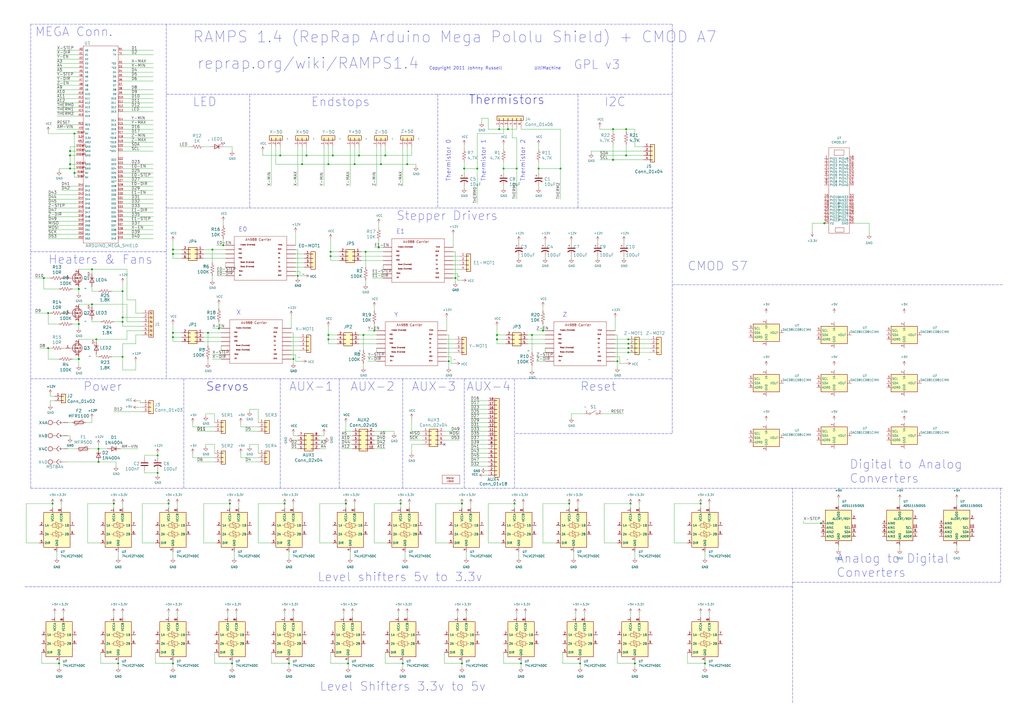
<source format=kicad_sch>
(kicad_sch (version 20211123) (generator eeschema)
  (paper "A2")
  (title_block (title "RAMPS_1-41.sch") (date "26 NOV 2021") (rev "V1.41") (comment 1 "Converted by Matthieu MASSON") (comment 2 "CMOD S7 and other components added by Prithwish Basu Roy"))
  (junction (at 27.94 201.93))
  (junction (at 45.72 187.96))
  (junction (at 134.62 384.81))
  (junction (at 217.17 191.77))
  (junction (at 294.64 74.93))
  (junction (at 100.33 144.78))
  (junction (at 298.45 292.1))
  (junction (at 53.34 156.21))
  (junction (at 314.96 191.77))
  (junction (at 358.14 209.55))
  (junction (at 264.16 161.29))
  (junction (at 45.72 167.64))
  (junction (at 190.5 95.25))
  (junction (at 190.5 194.31))
  (junction (at 30.48 292.1))
  (junction (at 267.97 384.81))
  (junction (at 27.94 181.61))
  (junction (at 45.72 208.28))
  (junction (at 299.72 97.79))
  (junction (at 129.54 142.24))
  (junction (at 53.34 176.53))
  (junction (at 267.97 292.1))
  (junction (at 165.1 292.1))
  (junction (at 288.29 196.85))
  (junction (at 71.12 168.91))
  (junction (at 100.33 384.81))
  (junction (at 175.26 95.25))
  (junction (at 57.15 260.35))
  (junction (at 219.71 143.51))
  (junction (at 312.42 97.79))
  (junction (at 289.56 74.93))
  (junction (at 66.04 292.1))
  (junction (at 308.61 194.31))
  (junction (at 478.155 129.54))
  (junction (at 364.49 201.93))
  (junction (at 302.26 384.81))
  (junction (at 40.64 97.79))
  (junction (at 325.12 97.79))
  (junction (at 25.4 161.29))
  (junction (at 365.76 292.1))
  (junction (at 363.22 74.93))
  (junction (at 34.29 384.81))
  (junction (at 364.49 196.85))
  (junction (at 55.88 196.85))
  (junction (at 100.33 147.32))
  (junction (at 210.82 194.31))
  (junction (at 57.15 267.97))
  (junction (at 208.28 90.17))
  (junction (at 68.58 384.81))
  (junction (at 193.04 90.17))
  (junction (at 170.18 208.28))
  (junction (at 408.94 384.81))
  (junction (at 276.86 97.79))
  (junction (at 223.52 90.17))
  (junction (at 205.74 95.25))
  (junction (at 232.41 292.1))
  (junction (at 288.29 194.31))
  (junction (at 91.44 274.32))
  (junction (at 40.64 90.17))
  (junction (at 133.35 292.1))
  (junction (at 71.12 207.01))
  (junction (at 200.66 292.1))
  (junction (at 71.12 184.15))
  (junction (at 91.44 264.16))
  (junction (at 120.65 193.04))
  (junction (at 363.22 90.17))
  (junction (at 212.09 146.05))
  (junction (at 191.77 146.05))
  (junction (at 476.25 303.53))
  (junction (at 167.64 384.81))
  (junction (at 330.2 292.1))
  (junction (at 269.24 97.79))
  (junction (at 233.68 384.81))
  (junction (at 177.8 90.17))
  (junction (at 364.49 199.39))
  (junction (at 364.49 204.47))
  (junction (at 292.1 97.79))
  (junction (at 43.18 77.47))
  (junction (at 71.12 186.69))
  (junction (at 220.98 95.25))
  (junction (at 406.4 292.1))
  (junction (at 162.56 90.17))
  (junction (at 201.93 384.81))
  (junction (at 100.33 193.04))
  (junction (at 100.33 195.58))
  (junction (at 355.6 92.71))
  (junction (at 190.5 196.85))
  (junction (at 191.77 148.59))
  (junction (at 123.19 144.78))
  (junction (at 236.22 95.25))
  (junction (at 368.3 384.81))
  (junction (at 172.72 160.02))
  (junction (at 40.64 95.25))
  (junction (at 260.35 209.55))
  (junction (at 97.79 292.1))
  (junction (at 43.18 100.33))
  (junction (at 127 190.5))
  (junction (at 355.6 74.93))
  (junction (at 336.55 384.81))
  (junction (at 40.64 87.63))
  (no_connect (at 257.81 257.81))
  (wire (pts (xy 71.12 120.65) (xy 88.9 120.65)))
  (wire (pts (xy 25.4 161.29) (xy 20.32 161.29)))
  (wire (pts (xy 217.17 250.19) (xy 228.6 250.19)))
  (wire (pts (xy 104.14 85.09) (xy 110.49 85.09)))
  (wire (pts (xy 167.64 384.81) (xy 167.64 387.35)))
  (wire (pts (xy 167.64 383.54) (xy 167.64 384.81)))
  (polyline (pts (xy 17.78 13.97) (xy 389.89 13.97)))
  (wire (pts (xy 100.33 144.78) (xy 100.33 147.32)))
  (wire (pts (xy 45.72 39.37) (xy 33.02 39.37)))
  (wire (pts (xy 130.81 160.02) (xy 125.73 160.02)))
  (wire (pts (xy 71.12 107.95) (xy 88.9 107.95)))
  (wire (pts (xy 370.84 355.6) (xy 370.84 358.14)))
  (wire (pts (xy 39.37 252.73) (xy 40.64 252.73)))
  (wire (pts (xy 45.72 207.01) (xy 45.72 208.28)))
  (wire (pts (xy 204.47 355.6) (xy 204.47 358.14)))
  (wire (pts (xy 486.41 316.23) (xy 486.41 318.77)))
  (wire (pts (xy 289.56 74.93) (xy 289.56 73.66)))
  (wire (pts (xy 364.49 201.93) (xy 377.19 201.93)))
  (wire (pts (xy 241.3 96.52) (xy 241.3 95.25)))
  (wire (pts (xy 261.62 207.01) (xy 261.62 210.82)))
  (wire (pts (xy 71.12 133.35) (xy 88.9 133.35)))
  (wire (pts (xy 190.5 199.39) (xy 190.5 196.85)))
  (wire (pts (xy 128.27 205.74) (xy 123.19 205.74)))
  (wire (pts (xy 232.41 292.1) (xy 217.17 292.1)))
  (wire (pts (xy 168.91 257.81) (xy 172.72 257.81)))
  (wire (pts (xy 308.61 212.09) (xy 308.61 214.63)))
  (wire (pts (xy 185.42 260.35) (xy 189.23 260.35)))
  (wire (pts (xy 144.78 257.81) (xy 144.78 259.08)))
  (wire (pts (xy 82.55 233.68) (xy 81.28 233.68)))
  (wire (pts (xy 57.15 260.35) (xy 62.23 260.35)))
  (wire (pts (xy 176.53 147.32) (xy 171.45 147.32)))
  (wire (pts (xy 212.09 146.05) (xy 209.55 146.05)))
  (wire (pts (xy 288.29 199.39) (xy 288.29 196.85)))
  (wire (pts (xy 199.39 355.6) (xy 199.39 358.14)))
  (wire (pts (xy 373.38 87.63) (xy 342.9 87.63)))
  (wire (pts (xy 124.46 250.19) (xy 114.3 250.19)))
  (wire (pts (xy 356.87 207.01) (xy 359.41 207.01)))
  (wire (pts (xy 45.72 128.27) (xy 27.94 128.27)))
  (wire (pts (xy 554.99 316.23) (xy 554.99 318.77)))
  (wire (pts (xy 259.08 184.15) (xy 259.08 191.77)))
  (wire (pts (xy 223.52 85.09) (xy 223.52 90.17)))
  (wire (pts (xy 411.48 355.6) (xy 411.48 358.14)))
  (wire (pts (xy 105.41 198.12) (xy 100.33 198.12)))
  (wire (pts (xy 45.72 138.43) (xy 27.94 138.43)))
  (wire (pts (xy 363.22 76.2) (xy 363.22 74.93)))
  (wire (pts (xy 127 190.5) (xy 123.19 190.5)))
  (wire (pts (xy 29.21 201.93) (xy 27.94 201.93)))
  (wire (pts (xy 262.89 161.29) (xy 264.16 161.29)))
  (wire (pts (xy 293.37 199.39) (xy 288.29 199.39)))
  (wire (pts (xy 81.28 233.68) (xy 81.28 232.41)))
  (wire (pts (xy 173.99 200.66) (xy 168.91 200.66)))
  (wire (pts (xy 316.23 207.01) (xy 311.15 207.01)))
  (wire (pts (xy 237.49 292.1) (xy 237.49 294.64)))
  (wire (pts (xy 223.52 384.81) (xy 233.68 384.81)))
  (wire (pts (xy 203.2 85.09) (xy 203.2 107.95)))
  (wire (pts (xy 124.46 240.03) (xy 119.38 240.03)))
  (polyline (pts (xy 459.74 340.36) (xy 13.97 340.36)))
  (wire (pts (xy 359.41 210.82) (xy 363.22 210.82)))
  (wire (pts (xy 373.38 90.17) (xy 363.22 90.17)))
  (wire (pts (xy 33.02 320.04) (xy 33.02 323.85)))
  (wire (pts (xy 233.68 383.54) (xy 233.68 384.81)))
  (wire (pts (xy 331.47 149.86) (xy 331.47 148.59)))
  (wire (pts (xy 331.47 240.03) (xy 339.09 240.03)))
  (wire (pts (xy 261.62 207.01) (xy 259.08 207.01)))
  (wire (pts (xy 40.64 85.09) (xy 40.64 87.63)))
  (wire (pts (xy 71.12 36.83) (xy 88.9 36.83)))
  (wire (pts (xy 45.72 49.53) (xy 33.02 49.53)))
  (wire (pts (xy 265.43 355.6) (xy 265.43 358.14)))
  (wire (pts (xy 71.12 355.6) (xy 71.12 358.14)))
  (wire (pts (xy 298.45 292.1) (xy 298.45 294.64)))
  (wire (pts (xy 168.91 182.88) (xy 168.91 190.5)))
  (wire (pts (xy 149.86 262.89) (xy 149.86 257.81)))
  (wire (pts (xy 25.4 161.29) (xy 29.21 161.29)))
  (wire (pts (xy 15.24 314.96) (xy 22.86 314.96)))
  (wire (pts (xy 269.24 97.79) (xy 269.24 100.33)))
  (wire (pts (xy 292.1 378.46) (xy 292.1 384.81)))
  (wire (pts (xy 130.81 157.48) (xy 125.73 157.48)))
  (wire (pts (xy 40.64 90.17) (xy 40.64 87.63)))
  (wire (pts (xy 190.5 196.85) (xy 190.5 194.31)))
  (wire (pts (xy 175.26 85.09) (xy 175.26 95.25)))
  (wire (pts (xy 91.44 264.16) (xy 83.82 264.16)))
  (wire (pts (xy 283.21 273.05) (xy 281.94 273.05)))
  (wire (pts (xy 172.72 85.09) (xy 172.72 107.95)))
  (wire (pts (xy 190.5 85.09) (xy 190.5 95.25)))
  (wire (pts (xy 71.12 29.21) (xy 88.9 29.21)))
  (wire (pts (xy 173.99 160.02) (xy 176.53 160.02)))
  (wire (pts (xy 111.76 247.65) (xy 111.76 245.11)))
  (wire (pts (xy 316.23 196.85) (xy 306.07 196.85)))
  (wire (pts (xy 245.11 252.73) (xy 237.49 252.73)))
  (wire (pts (xy 269.24 107.95) (xy 269.24 109.22)))
  (wire (pts (xy 219.71 143.51) (xy 217.17 143.51)))
  (wire (pts (xy 471.17 129.54) (xy 471.17 134.62)))
  (wire (pts (xy 66.04 292.1) (xy 50.8 292.1)))
  (wire (pts (xy 91.44 275.59) (xy 91.44 274.32)))
  (wire (pts (xy 71.12 199.39) (xy 71.12 207.01)))
  (wire (pts (xy 41.91 167.64) (xy 45.72 167.64)))
  (wire (pts (xy 97.79 355.6) (xy 97.79 358.14)))
  (wire (pts (xy 283.21 267.97) (xy 273.05 267.97)))
  (wire (pts (xy 236.22 355.6) (xy 236.22 358.14)))
  (wire (pts (xy 495.3 129.54) (xy 504.19 129.54)))
  (wire (pts (xy 100.33 147.32) (xy 100.33 149.86)))
  (wire (pts (xy 71.12 46.99) (xy 88.9 46.99)))
  (wire (pts (xy 260.35 209.55) (xy 260.35 213.36)))
  (wire (pts (xy 477.52 303.53) (xy 476.25 303.53)))
  (wire (pts (xy 368.3 383.54) (xy 368.3 384.81)))
  (wire (pts (xy 264.16 196.85) (xy 259.08 196.85)))
  (polyline (pts (xy 298.45 283.21) (xy 298.45 219.71)))
  (wire (pts (xy 283.21 242.57) (xy 273.05 242.57)))
  (wire (pts (xy 312.42 107.95) (xy 312.42 109.22)))
  (wire (pts (xy 266.7 151.13) (xy 262.89 151.13)))
  (wire (pts (xy 71.12 184.15) (xy 71.12 186.69)))
  (wire (pts (xy 149.86 314.96) (xy 157.48 314.96)))
  (wire (pts (xy 177.8 90.17) (xy 193.04 90.17)))
  (wire (pts (xy 130.81 142.24) (xy 129.54 142.24)))
  (wire (pts (xy 100.33 144.78) (xy 100.33 139.7)))
  (wire (pts (xy 233.68 85.09) (xy 233.68 107.95)))
  (wire (pts (xy 71.12 41.91) (xy 88.9 41.91)))
  (wire (pts (xy 160.02 85.09) (xy 160.02 95.25)))
  (wire (pts (xy 185.42 257.81) (xy 189.23 257.81)))
  (wire (pts (xy 118.11 198.12) (xy 128.27 198.12)))
  (wire (pts (xy 326.39 384.81) (xy 336.55 384.81)))
  (wire (pts (xy 283.21 292.1) (xy 283.21 314.96)))
  (wire (pts (xy 335.28 292.1) (xy 335.28 294.64)))
  (wire (pts (xy 364.49 196.85) (xy 377.19 196.85)))
  (wire (pts (xy 71.12 87.63) (xy 88.9 87.63)))
  (wire (pts (xy 119.38 241.3) (xy 119.38 240.03)))
  (wire (pts (xy 406.4 355.6) (xy 406.4 358.14)))
  (wire (pts (xy 71.12 82.55) (xy 88.9 82.55)))
  (wire (pts (xy 82.55 314.96) (xy 90.17 314.96)))
  (wire (pts (xy 71.12 135.89) (xy 88.9 135.89)))
  (wire (pts (xy 358.14 209.55) (xy 358.14 213.36)))
  (wire (pts (xy 45.72 29.21) (xy 33.02 29.21)))
  (wire (pts (xy 144.78 237.49) (xy 144.78 238.76)))
  (wire (pts (xy 139.7 265.43) (xy 139.7 262.89)))
  (wire (pts (xy 316.23 191.77) (xy 314.96 191.77)))
  (wire (pts (xy 521.97 289.56) (xy 521.97 293.37)))
  (wire (pts (xy 299.72 73.66) (xy 299.72 74.93)))
  (wire (pts (xy 195.58 199.39) (xy 190.5 199.39)))
  (wire (pts (xy 124.46 384.81) (xy 134.62 384.81)))
  (wire (pts (xy 170.18 208.28) (xy 170.18 193.04)))
  (wire (pts (xy 486.41 289.56) (xy 486.41 293.37)))
  (wire (pts (xy 176.53 154.94) (xy 171.45 154.94)))
  (wire (pts (xy 78.74 181.61) (xy 82.55 181.61)))
  (wire (pts (xy 264.16 161.29) (xy 264.16 163.83)))
  (wire (pts (xy 283.21 314.96) (xy 290.83 314.96)))
  (wire (pts (xy 45.72 107.95) (xy 35.56 107.95)))
  (wire (pts (xy 171.45 144.78) (xy 172.72 144.78)))
  (wire (pts (xy 91.44 274.32) (xy 91.44 273.05)))
  (wire (pts (xy 292.1 107.95) (xy 292.1 109.22)))
  (wire (pts (xy 279.4 68.58) (xy 279.4 71.12)))
  (wire (pts (xy 45.72 120.65) (xy 27.94 120.65)))
  (wire (pts (xy 330.2 292.1) (xy 330.2 294.64)))
  (wire (pts (xy 71.12 125.73) (xy 88.9 125.73)))
  (wire (pts (xy 204.47 250.19) (xy 200.66 250.19)))
  (wire (pts (xy 232.41 292.1) (xy 232.41 294.64)))
  (wire (pts (xy 191.77 378.46) (xy 191.77 384.81)))
  (wire (pts (xy 299.72 80.01) (xy 299.72 97.79)))
  (wire (pts (xy 222.25 153.67) (xy 222.25 156.21)))
  (wire (pts (xy 41.91 208.28) (xy 45.72 208.28)))
  (wire (pts (xy 118.11 292.1) (xy 118.11 314.96)))
  (wire (pts (xy 105.41 193.04) (xy 100.33 193.04)))
  (wire (pts (xy 361.95 140.97) (xy 361.95 139.7)))
  (wire (pts (xy 326.39 378.46) (xy 326.39 384.81)))
  (wire (pts (xy 71.12 74.93) (xy 88.9 74.93)))
  (wire (pts (xy 223.52 90.17) (xy 238.76 90.17)))
  (wire (pts (xy 91.44 262.89) (xy 91.44 264.16)))
  (wire (pts (xy 45.72 118.11) (xy 27.94 118.11)))
  (wire (pts (xy 288.29 189.23) (xy 288.29 194.31)))
  (wire (pts (xy 120.65 193.04) (xy 128.27 193.04)))
  (wire (pts (xy 71.12 115.57) (xy 88.9 115.57)))
  (wire (pts (xy 53.34 186.69) (xy 58.42 186.69)))
  (wire (pts (xy 120.65 208.28) (xy 120.65 210.82)))
  (wire (pts (xy 134.62 85.09) (xy 129.54 85.09)))
  (wire (pts (xy 34.29 383.54) (xy 34.29 384.81)))
  (wire (pts (xy 299.72 97.79) (xy 299.72 115.57)))
  (polyline (pts (xy 96.52 54.61) (xy 389.89 54.61)))
  (wire (pts (xy 316.23 199.39) (xy 306.07 199.39)))
  (wire (pts (xy 45.72 31.75) (xy 33.02 31.75)))
  (wire (pts (xy 283.21 255.27) (xy 273.05 255.27)))
  (wire (pts (xy 71.12 189.23) (xy 82.55 189.23)))
  (polyline (pts (xy 17.78 219.71) (xy 389.89 219.71)))
  (wire (pts (xy 71.12 57.15) (xy 88.9 57.15)))
  (wire (pts (xy 45.72 72.39) (xy 33.02 72.39)))
  (wire (pts (xy 149.86 267.97) (xy 142.24 267.97)))
  (wire (pts (xy 355.6 92.71) (xy 347.98 92.71)))
  (wire (pts (xy 127 176.53) (xy 127 179.07)))
  (wire (pts (xy 71.12 31.75) (xy 88.9 31.75)))
  (wire (pts (xy 191.77 384.81) (xy 201.93 384.81)))
  (wire (pts (xy 370.84 292.1) (xy 370.84 294.64)))
  (wire (pts (xy 292.1 77.47) (xy 292.1 73.66)))
  (wire (pts (xy 45.72 52.07) (xy 33.02 52.07)))
  (wire (pts (xy 218.44 194.31) (xy 210.82 194.31)))
  (polyline (pts (xy 459.74 407.67) (xy 459.74 283.21)))
  (wire (pts (xy 173.99 203.2) (xy 168.91 203.2)))
  (wire (pts (xy 219.71 129.54) (xy 219.71 132.08)))
  (polyline (pts (xy 17.78 283.21) (xy 298.45 283.21)))
  (wire (pts (xy 266.7 148.59) (xy 262.89 148.59)))
  (polyline (pts (xy 96.52 13.97) (xy 96.52 219.71)))
  (wire (pts (xy 365.76 292.1) (xy 350.52 292.1)))
  (wire (pts (xy 283.21 252.73) (xy 273.05 252.73)))
  (wire (pts (xy 252.73 292.1) (xy 252.73 314.96)))
  (wire (pts (xy 339.09 355.6) (xy 339.09 358.14)))
  (wire (pts (xy 173.99 157.48) (xy 173.99 160.02)))
  (wire (pts (xy 217.17 187.96) (xy 217.17 191.77)))
  (wire (pts (xy 71.12 214.63) (xy 78.74 214.63)))
  (wire (pts (xy 191.77 148.59) (xy 191.77 151.13)))
  (wire (pts (xy 175.26 95.25) (xy 160.02 95.25)))
  (wire (pts (xy 283.21 250.19) (xy 273.05 250.19)))
  (wire (pts (xy 364.49 201.93) (xy 356.87 201.93)))
  (wire (pts (xy 173.99 195.58) (xy 168.91 195.58)))
  (wire (pts (xy 288.29 196.85) (xy 288.29 194.31)))
  (wire (pts (xy 316.23 209.55) (xy 311.15 209.55)))
  (wire (pts (xy 43.18 100.33) (xy 43.18 102.87)))
  (wire (pts (xy 259.08 194.31) (xy 260.35 194.31)))
  (wire (pts (xy 129.54 142.24) (xy 125.73 142.24)))
  (wire (pts (xy 105.41 149.86) (xy 100.33 149.86)))
  (wire (pts (xy 336.55 383.54) (xy 336.55 384.81)))
  (wire (pts (xy 100.33 320.04) (xy 100.33 323.85)))
  (wire (pts (xy 294.64 74.93) (xy 289.56 74.93)))
  (wire (pts (xy 204.47 255.27) (xy 198.12 255.27)))
  (wire (pts (xy 190.5 95.25) (xy 175.26 95.25)))
  (wire (pts (xy 187.96 252.73) (xy 187.96 251.46)))
  (wire (pts (xy 283.21 247.65) (xy 273.05 247.65)))
  (wire (pts (xy 29.21 228.6) (xy 29.21 229.87)))
  (wire (pts (xy 64.77 207.01) (xy 71.12 207.01)))
  (wire (pts (xy 171.45 209.55) (xy 175.26 209.55)))
  (wire (pts (xy 40.64 95.25) (xy 45.72 95.25)))
  (wire (pts (xy 71.12 118.11) (xy 88.9 118.11)))
  (wire (pts (xy 204.47 257.81) (xy 198.12 257.81)))
  (wire (pts (xy 363.22 83.82) (xy 363.22 90.17)))
  (wire (pts (xy 31.75 355.6) (xy 31.75 358.14)))
  (wire (pts (xy 325.12 74.93) (xy 325.12 97.79)))
  (wire (pts (xy 171.45 205.74) (xy 171.45 209.55)))
  (wire (pts (xy 39.37 260.35) (xy 44.45 260.35)))
  (wire (pts (xy 236.22 95.25) (xy 220.98 95.25)))
  (polyline (pts (xy 580.39 337.82) (xy 459.74 337.82)))
  (wire (pts (xy 292.1 384.81) (xy 302.26 384.81)))
  (wire (pts (xy 168.91 205.74) (xy 171.45 205.74)))
  (wire (pts (xy 45.72 74.93) (xy 33.02 74.93)))
  (wire (pts (xy 266.7 156.21) (xy 262.89 156.21)))
  (wire (pts (xy 124.46 257.81) (xy 119.38 257.81)))
  (wire (pts (xy 217.17 177.8) (xy 217.17 180.34)))
  (wire (pts (xy 50.8 292.1) (xy 50.8 314.96)))
  (wire (pts (xy 57.15 257.81) (xy 57.15 260.35)))
  (wire (pts (xy 83.82 273.05) (xy 83.82 274.32)))
  (wire (pts (xy 78.74 173.99) (xy 78.74 181.61)))
  (wire (pts (xy 264.16 161.29) (xy 264.16 146.05)))
  (polyline (pts (xy 17.78 13.97) (xy 17.78 283.21)))
  (wire (pts (xy 139.7 247.65) (xy 139.7 245.11)))
  (wire (pts (xy 45.72 44.45) (xy 33.02 44.45)))
  (wire (pts (xy 238.76 257.81) (xy 245.11 257.81)))
  (wire (pts (xy 29.21 232.41) (xy 31.75 232.41)))
  (wire (pts (xy 191.77 151.13) (xy 196.85 151.13)))
  (wire (pts (xy 222.25 148.59) (xy 209.55 148.59)))
  (wire (pts (xy 200.66 292.1) (xy 185.42 292.1)))
  (wire (pts (xy 218.44 199.39) (xy 208.28 199.39)))
  (wire (pts (xy 300.99 320.04) (xy 300.99 323.85)))
  (wire (pts (xy 45.72 46.99) (xy 33.02 46.99)))
  (wire (pts (xy 347.98 73.66) (xy 347.98 74.93)))
  (wire (pts (xy 336.55 384.81) (xy 336.55 387.35)))
  (wire (pts (xy 223.52 378.46) (xy 223.52 384.81)))
  (wire (pts (xy 267.97 383.54) (xy 267.97 384.81)))
  (wire (pts (xy 71.12 64.77) (xy 88.9 64.77)))
  (wire (pts (xy 66.04 292.1) (xy 66.04 294.64)))
  (wire (pts (xy 358.14 194.31) (xy 358.14 209.55)))
  (polyline (pts (xy 269.24 219.71) (xy 269.24 283.21)))
  (wire (pts (xy 302.26 73.66) (xy 302.26 74.93)))
  (wire (pts (xy 157.48 85.09) (xy 157.48 107.95)))
  (wire (pts (xy 36.83 355.6) (xy 36.83 358.14)))
  (wire (pts (xy 29.21 234.95) (xy 29.21 232.41)))
  (wire (pts (xy 299.72 355.6) (xy 299.72 358.14)))
  (wire (pts (xy 218.44 191.77) (xy 217.17 191.77)))
  (wire (pts (xy 262.89 146.05) (xy 264.16 146.05)))
  (wire (pts (xy 105.41 195.58) (xy 100.33 195.58)))
  (wire (pts (xy 218.44 196.85) (xy 208.28 196.85)))
  (wire (pts (xy 49.53 245.11) (xy 53.34 245.11)))
  (wire (pts (xy 71.12 123.19) (xy 88.9 123.19)))
  (wire (pts (xy 297.18 80.01) (xy 297.18 73.66)))
  (wire (pts (xy 350.52 292.1) (xy 350.52 314.96)))
  (wire (pts (xy 100.33 384.81) (xy 100.33 387.35)))
  (wire (pts (xy 71.12 163.83) (xy 71.12 168.91)))
  (wire (pts (xy 73.66 156.21) (xy 73.66 173.99)))
  (wire (pts (xy 218.44 209.55) (xy 213.36 209.55)))
  (wire (pts (xy 45.72 208.28) (xy 45.72 212.09)))
  (wire (pts (xy 292.1 97.79) (xy 292.1 100.33)))
  (wire (pts (xy 220.98 85.09) (xy 220.98 95.25)))
  (wire (pts (xy 411.48 292.1) (xy 411.48 294.64)))
  (wire (pts (xy 71.12 292.1) (xy 71.12 294.64)))
  (wire (pts (xy 45.72 135.89) (xy 27.94 135.89)))
  (wire (pts (xy 238.76 262.89) (xy 238.76 257.81)))
  (wire (pts (xy 205.74 95.25) (xy 190.5 95.25)))
  (polyline (pts (xy 233.68 219.71) (xy 233.68 283.21)))
  (wire (pts (xy 406.4 292.1) (xy 406.4 294.64)))
  (wire (pts (xy 102.87 355.6) (xy 102.87 358.14)))
  (wire (pts (xy 283.21 270.51) (xy 273.05 270.51)))
  (wire (pts (xy 134.62 383.54) (xy 134.62 384.81)))
  (polyline (pts (xy 389.89 283.21) (xy 581.66 283.21)))
  (wire (pts (xy 302.26 384.81) (xy 302.26 387.35)))
  (wire (pts (xy 57.15 267.97) (xy 67.31 267.97)))
  (wire (pts (xy 171.45 134.62) (xy 171.45 142.24)))
  (wire (pts (xy 236.22 85.09) (xy 236.22 95.25)))
  (wire (pts (xy 53.34 156.21) (xy 73.66 156.21)))
  (wire (pts (xy 283.21 74.93) (xy 283.21 68.58)))
  (wire (pts (xy 45.72 170.18) (xy 45.72 167.64)))
  (wire (pts (xy 316.23 140.97) (xy 316.23 139.7)))
  (wire (pts (xy 66.04 186.69) (xy 71.12 186.69)))
  (wire (pts (xy 312.42 100.33) (xy 312.42 97.79)))
  (wire (pts (xy 162.56 90.17) (xy 177.8 90.17)))
  (wire (pts (xy 55.88 196.85) (xy 73.66 196.85)))
  (wire (pts (xy 408.94 383.54) (xy 408.94 384.81)))
  (wire (pts (xy 133.35 292.1) (xy 133.35 294.64)))
  (wire (pts (xy 334.01 355.6) (xy 334.01 358.14)))
  (wire (pts (xy 128.27 200.66) (xy 128.27 203.2)))
  (wire (pts (xy 478.79 129.54) (xy 478.155 129.54)))
  (wire (pts (xy 262.89 158.75) (xy 265.43 158.75)))
  (wire (pts (xy 173.99 198.12) (xy 168.91 198.12)))
  (wire (pts (xy 71.12 39.37) (xy 88.9 39.37)))
  (wire (pts (xy 289.56 74.93) (xy 283.21 74.93)))
  (wire (pts (xy 71.12 105.41) (xy 88.9 105.41)))
  (wire (pts (xy 27.94 181.61) (xy 20.32 181.61)))
  (wire (pts (xy 58.42 378.46) (xy 58.42 384.81)))
  (polyline (pts (xy 254 54.61) (xy 254 120.65)))
  (wire (pts (xy 78.74 199.39) (xy 71.12 199.39)))
  (wire (pts (xy 346.71 140.97) (xy 346.71 139.7)))
  (wire (pts (xy 252.73 314.96) (xy 260.35 314.96)))
  (wire (pts (xy 273.05 245.11) (xy 283.21 245.11)))
  (polyline (pts (xy 144.78 120.65) (xy 144.78 54.61)))
  (wire (pts (xy 312.42 97.79) (xy 325.12 97.79)))
  (wire (pts (xy 55.88 198.12) (xy 55.88 196.85)))
  (wire (pts (xy 58.42 384.81) (xy 68.58 384.81)))
  (wire (pts (xy 217.17 191.77) (xy 213.36 191.77)))
  (wire (pts (xy 170.18 251.46) (xy 170.18 252.73)))
  (wire (pts (xy 40.64 254) (xy 40.64 252.73)))
  (wire (pts (xy 118.11 314.96) (xy 125.73 314.96)))
  (wire (pts (xy 90.17 384.81) (xy 100.33 384.81)))
  (wire (pts (xy 391.16 292.1) (xy 391.16 314.96)))
  (wire (pts (xy 68.58 320.04) (xy 68.58 323.85)))
  (wire (pts (xy 71.12 189.23) (xy 71.12 186.69)))
  (wire (pts (xy 267.97 292.1) (xy 267.97 294.64)))
  (wire (pts (xy 358.14 209.55) (xy 356.87 209.55)))
  (wire (pts (xy 71.12 80.01) (xy 88.9 80.01)))
  (wire (pts (xy 53.34 186.69) (xy 53.34 185.42)))
  (wire (pts (xy 215.9 158.75) (xy 222.25 158.75)))
  (wire (pts (xy 53.34 166.37) (xy 53.34 168.91)))
  (wire (pts (xy 269.24 97.79) (xy 276.86 97.79)))
  (wire (pts (xy 170.18 208.28) (xy 170.18 210.82)))
  (wire (pts (xy 283.21 265.43) (xy 273.05 265.43)))
  (wire (pts (xy 124.46 378.46) (xy 124.46 384.81)))
  (wire (pts (xy 149.86 250.19) (xy 142.24 250.19)))
  (wire (pts (xy 45.72 67.31) (xy 33.02 67.31)))
  (wire (pts (xy 168.91 208.28) (xy 170.18 208.28)))
  (wire (pts (xy 200.66 292.1) (xy 200.66 294.64)))
  (wire (pts (xy 358.14 378.46) (xy 358.14 384.81)))
  (wire (pts (xy 102.87 292.1) (xy 102.87 294.64)))
  (wire (pts (xy 218.44 201.93) (xy 218.44 204.47)))
  (wire (pts (xy 316.23 149.86) (xy 316.23 148.59)))
  (wire (pts (xy 134.62 87.63) (xy 134.62 85.09)))
  (wire (pts (xy 45.72 110.49) (xy 35.56 110.49)))
  (wire (pts (xy 130.81 154.94) (xy 130.81 152.4)))
  (wire (pts (xy 71.12 72.39) (xy 88.9 72.39)))
  (wire (pts (xy 127 186.69) (xy 127 190.5)))
  (wire (pts (xy 128.27 195.58) (xy 118.11 195.58)))
  (wire (pts (xy 27.94 201.93) (xy 22.86 201.93)))
  (wire (pts (xy 217.17 292.1) (xy 217.17 314.96)))
  (wire (pts (xy 30.48 292.1) (xy 15.24 292.1)))
  (wire (pts (xy 241.3 95.25) (xy 236.22 95.25)))
  (wire (pts (xy 356.87 194.31) (xy 358.14 194.31)))
  (wire (pts (xy 100.33 193.04) (xy 100.33 187.96)))
  (wire (pts (xy 361.95 149.86) (xy 361.95 148.59)))
  (polyline (pts (xy 162.56 283.21) (xy 162.56 219.71)))
  (wire (pts (xy 119.38 259.08) (xy 119.38 257.81)))
  (wire (pts (xy 303.53 292.1) (xy 303.53 294.64)))
  (wire (pts (xy 45.72 187.96) (xy 45.72 186.69)))
  (wire (pts (xy 187.96 85.09) (xy 187.96 107.95)))
  (wire (pts (xy 134.62 384.81) (xy 134.62 387.35)))
  (wire (pts (xy 45.72 130.81) (xy 27.94 130.81)))
  (wire (pts (xy 167.64 320.04) (xy 167.64 323.85)))
  (wire (pts (xy 135.89 320.04) (xy 135.89 323.85)))
  (wire (pts (xy 262.89 135.89) (xy 262.89 143.51)))
  (wire (pts (xy 408.94 384.81) (xy 408.94 387.35)))
  (wire (pts (xy 71.12 110.49) (xy 88.9 110.49)))
  (wire (pts (xy 238.76 90.17) (xy 238.76 85.09)))
  (wire (pts (xy 260.35 194.31) (xy 260.35 209.55)))
  (wire (pts (xy 261.62 210.82) (xy 264.16 210.82)))
  (wire (pts (xy 478.155 129.54) (xy 471.17 129.54)))
  (wire (pts (xy 217.17 257.81) (xy 223.52 257.81)))
  (wire (pts (xy 123.19 144.78) (xy 123.19 152.4)))
  (wire (pts (xy 346.71 149.86) (xy 346.71 148.59)))
  (wire (pts (xy 137.16 355.6) (xy 137.16 358.14)))
  (wire (pts (xy 71.12 97.79) (xy 88.9 97.79)))
  (wire (pts (xy 30.48 292.1) (xy 30.48 294.64)))
  (wire (pts (xy 283.21 68.58) (xy 279.4 68.58)))
  (wire (pts (xy 71.12 52.07) (xy 88.9 52.07)))
  (wire (pts (xy 266.7 153.67) (xy 262.89 153.67)))
  (wire (pts (xy 217.17 252.73) (xy 223.52 252.73)))
  (wire (pts (xy 45.72 85.09) (xy 40.64 85.09)))
  (wire (pts (xy 355.6 74.93) (xy 363.22 74.93)))
  (wire (pts (xy 118.11 193.04) (xy 120.65 193.04)))
  (wire (pts (xy 45.72 64.77) (xy 33.02 64.77)))
  (wire (pts (xy 118.11 144.78) (xy 123.19 144.78)))
  (wire (pts (xy 52.07 260.35) (xy 57.15 260.35)))
  (wire (pts (xy 368.3 320.04) (xy 368.3 323.85)))
  (wire (pts (xy 73.66 173.99) (xy 78.74 173.99)))
  (wire (pts (xy 406.4 292.1) (xy 391.16 292.1)))
  (wire (pts (xy 165.1 292.1) (xy 149.86 292.1)))
  (wire (pts (xy 504.19 129.54) (xy 504.19 135.89)))
  (wire (pts (xy 398.78 378.46) (xy 398.78 384.81)))
  (wire (pts (xy 273.05 240.03) (xy 283.21 240.03)))
  (polyline (pts (xy 580.39 283.21) (xy 580.39 337.82)))
  (wire (pts (xy 466.09 303.53) (xy 466.09 302.26)))
  (wire (pts (xy 71.12 77.47) (xy 88.9 77.47)))
  (wire (pts (xy 300.99 140.97) (xy 300.99 139.7)))
  (wire (pts (xy 123.19 144.78) (xy 130.81 144.78)))
  (wire (pts (xy 45.72 115.57) (xy 27.94 115.57)))
  (wire (pts (xy 283.21 262.89) (xy 273.05 262.89)))
  (wire (pts (xy 27.94 181.61) (xy 29.21 181.61)))
  (wire (pts (xy 302.26 383.54) (xy 302.26 384.81)))
  (wire (pts (xy 45.72 87.63) (xy 40.64 87.63)))
  (wire (pts (xy 218.44 207.01) (xy 213.36 207.01)))
  (wire (pts (xy 330.2 292.1) (xy 314.96 292.1)))
  (polyline (pts (xy 106.68 219.71) (xy 106.68 283.21)))
  (wire (pts (xy 15.24 292.1) (xy 15.24 314.96)))
  (wire (pts (xy 149.86 292.1) (xy 149.86 314.96)))
  (wire (pts (xy 476.25 303.53) (xy 466.09 303.53)))
  (polyline (pts (xy 96.52 120.65) (xy 389.89 120.65)))
  (wire (pts (xy 264.16 201.93) (xy 259.08 201.93)))
  (wire (pts (xy 554.99 289.56) (xy 554.99 293.37)))
  (wire (pts (xy 170.18 355.6) (xy 170.18 358.14)))
  (wire (pts (xy 269.24 83.82) (xy 269.24 86.36)))
  (wire (pts (xy 391.16 314.96) (xy 398.78 314.96)))
  (wire (pts (xy 364.49 199.39) (xy 377.19 199.39)))
  (wire (pts (xy 185.42 314.96) (xy 193.04 314.96)))
  (wire (pts (xy 283.21 260.35) (xy 273.05 260.35)))
  (wire (pts (xy 82.55 236.22) (xy 80.01 236.22)))
  (polyline (pts (xy 96.52 146.05) (xy 17.78 146.05)))
  (wire (pts (xy 177.8 85.09) (xy 177.8 90.17)))
  (wire (pts (xy 222.25 143.51) (xy 219.71 143.51)))
  (wire (pts (xy 27.94 77.47) (xy 43.18 77.47)))
  (wire (pts (xy 53.34 158.75) (xy 53.34 156.21)))
  (wire (pts (xy 55.88 207.01) (xy 55.88 205.74)))
  (wire (pts (xy 222.25 146.05) (xy 212.09 146.05)))
  (wire (pts (xy 276.86 97.79) (xy 276.86 118.11)))
  (wire (pts (xy 201.93 383.54) (xy 201.93 384.81)))
  (wire (pts (xy 71.12 138.43) (xy 88.9 138.43)))
  (wire (pts (xy 205.74 85.09) (xy 205.74 95.25)))
  (wire (pts (xy 292.1 83.82) (xy 292.1 86.36)))
  (wire (pts (xy 157.48 384.81) (xy 167.64 384.81)))
  (wire (pts (xy 363.22 74.93) (xy 368.3 74.93)))
  (wire (pts (xy 349.25 240.03) (xy 361.95 240.03)))
  (wire (pts (xy 71.12 128.27) (xy 88.9 128.27)))
  (wire (pts (xy 368.3 74.93) (xy 368.3 85.09)))
  (wire (pts (xy 312.42 83.82) (xy 312.42 86.36)))
  (wire (pts (xy 210.82 194.31) (xy 208.28 194.31)))
  (wire (pts (xy 100.33 195.58) (xy 100.33 193.04)))
  (wire (pts (xy 228.6 251.46) (xy 228.6 250.19)))
  (wire (pts (xy 43.18 102.87) (xy 45.72 102.87)))
  (wire (pts (xy 38.1 181.61) (xy 36.83 181.61)))
  (wire (pts (xy 45.72 196.85) (xy 55.88 196.85)))
  (wire (pts (xy 300.99 149.86) (xy 300.99 148.59)))
  (wire (pts (xy 355.6 76.2) (xy 355.6 74.93)))
  (wire (pts (xy 365.76 355.6) (xy 365.76 358.14)))
  (wire (pts (xy 299.72 80.01) (xy 297.18 80.01)))
  (wire (pts (xy 308.61 194.31) (xy 308.61 204.47)))
  (wire (pts (xy 45.72 176.53) (xy 53.34 176.53)))
  (wire (pts (xy 170.18 252.73) (xy 172.72 252.73)))
  (wire (pts (xy 138.43 292.1) (xy 138.43 294.64)))
  (wire (pts (xy 347.98 74.93) (xy 355.6 74.93)))
  (wire (pts (xy 118.11 85.09) (xy 121.92 85.09)))
  (wire (pts (xy 265.43 158.75) (xy 265.43 162.56)))
  (wire (pts (xy 71.12 113.03) (xy 88.9 113.03)))
  (wire (pts (xy 276.86 77.47) (xy 292.1 77.47)))
  (wire (pts (xy 27.94 187.96) (xy 34.29 187.96)))
  (polyline (pts (xy 196.85 283.21) (xy 196.85 219.71)))
  (wire (pts (xy 193.04 85.09) (xy 193.04 90.17)))
  (wire (pts (xy 267.97 384.81) (xy 267.97 387.35)))
  (wire (pts (xy 130.81 149.86) (xy 118.11 149.86)))
  (wire (pts (xy 288.29 194.31) (xy 293.37 194.31)))
  (wire (pts (xy 45.72 36.83) (xy 33.02 36.83)))
  (wire (pts (xy 124.46 267.97) (xy 114.3 267.97)))
  (wire (pts (xy 331.47 242.57) (xy 331.47 240.03)))
  (wire (pts (xy 170.18 193.04) (xy 168.91 193.04)))
  (wire (pts (xy 208.28 90.17) (xy 223.52 90.17)))
  (wire (pts (xy 212.09 146.05) (xy 212.09 154.94)))
  (wire (pts (xy 83.82 274.32) (xy 91.44 274.32)))
  (wire (pts (xy 521.97 316.23) (xy 521.97 318.77)))
  (wire (pts (xy 82.55 292.1) (xy 82.55 314.96)))
  (wire (pts (xy 273.05 257.81) (xy 283.21 257.81)))
  (wire (pts (xy 71.12 69.85) (xy 88.9 69.85)))
  (wire (pts (xy 233.68 384.81) (xy 233.68 387.35)))
  (wire (pts (xy 43.18 77.47) (xy 43.18 100.33)))
  (polyline (pts (xy 335.28 120.65) (xy 335.28 54.61)))
  (wire (pts (xy 316.23 194.31) (xy 308.61 194.31)))
  (wire (pts (xy 149.86 237.49) (xy 144.78 237.49)))
  (wire (pts (xy 120.65 193.04) (xy 120.65 200.66)))
  (wire (pts (xy 45.72 62.23) (xy 33.02 62.23)))
  (wire (pts (xy 299.72 74.93) (xy 294.64 74.93)))
  (wire (pts (xy 124.46 247.65) (xy 111.76 247.65)))
  (wire (pts (xy 71.12 85.09) (xy 88.9 85.09)))
  (wire (pts (xy 208.28 85.09) (xy 208.28 90.17)))
  (wire (pts (xy 325.12 97.79) (xy 325.12 115.57)))
  (wire (pts (xy 100.33 195.58) (xy 100.33 198.12)))
  (wire (pts (xy 45.72 125.73) (xy 27.94 125.73)))
  (wire (pts (xy 191.77 146.05) (xy 196.85 146.05)))
  (wire (pts (xy 39.37 267.97) (xy 57.15 267.97)))
  (wire (pts (xy 45.72 100.33) (xy 43.18 100.33)))
  (wire (pts (xy 165.1 355.6) (xy 165.1 358.14)))
  (wire (pts (xy 298.45 292.1) (xy 283.21 292.1)))
  (wire (pts (xy 185.42 252.73) (xy 187.96 252.73)))
  (wire (pts (xy 25.4 167.64) (xy 25.4 161.29)))
  (wire (pts (xy 283.21 275.59) (xy 280.67 275.59)))
  (wire (pts (xy 293.37 196.85) (xy 288.29 196.85)))
  (wire (pts (xy 267.97 292.1) (xy 252.73 292.1)))
  (wire (pts (xy 36.83 161.29) (xy 38.1 161.29)))
  (wire (pts (xy 172.72 160.02) (xy 172.72 161.29)))
  (wire (pts (xy 41.91 187.96) (xy 45.72 187.96)))
  (wire (pts (xy 71.12 102.87) (xy 88.9 102.87)))
  (wire (pts (xy 128.27 190.5) (xy 127 190.5)))
  (wire (pts (xy 45.72 166.37) (xy 45.72 167.64)))
  (wire (pts (xy 359.41 207.01) (xy 359.41 210.82)))
  (wire (pts (xy 356.87 184.15) (xy 356.87 191.77)))
  (wire (pts (xy 71.12 130.81) (xy 88.9 130.81)))
  (wire (pts (xy 185.42 292.1) (xy 185.42 314.96)))
  (wire (pts (xy 50.8 314.96) (xy 58.42 314.96)))
  (wire (pts (xy 71.12 207.01) (xy 71.12 214.63)))
  (wire (pts (xy 124.46 245.11) (xy 124.46 240.03)))
  (wire (pts (xy 24.13 378.46) (xy 24.13 384.81)))
  (wire (pts (xy 66.04 355.6) (xy 66.04 358.14)))
  (wire (pts (xy 27.94 187.96) (xy 27.94 181.61)))
  (wire (pts (xy 217.17 314.96) (xy 224.79 314.96)))
  (wire (pts (xy 342.9 88.9) (xy 342.9 87.63)))
  (wire (pts (xy 73.66 191.77) (xy 73.66 196.85)))
  (wire (pts (xy 100.33 383.54) (xy 100.33 384.81)))
  (wire (pts (xy 264.16 199.39) (xy 259.08 199.39)))
  (wire (pts (xy 264.16 204.47) (xy 259.08 204.47)))
  (wire (pts (xy 222.25 151.13) (xy 209.55 151.13)))
  (wire (pts (xy 97.79 292.1) (xy 82.55 292.1)))
  (wire (pts (xy 210.82 210.82) (xy 210.82 213.36)))
  (wire (pts (xy 270.51 320.04) (xy 270.51 323.85)))
  (wire (pts (xy 270.51 355.6) (xy 270.51 358.14)))
  (wire (pts (xy 200.66 250.19) (xy 200.66 245.11)))
  (wire (pts (xy 373.38 92.71) (xy 355.6 92.71)))
  (wire (pts (xy 217.17 255.27) (xy 223.52 255.27)))
  (wire (pts (xy 45.72 34.29) (xy 33.02 34.29)))
  (wire (pts (xy 40.64 97.79) (xy 34.29 97.79)))
  (wire (pts (xy 80.01 232.41) (xy 81.28 232.41)))
  (wire (pts (xy 129.54 138.43) (xy 129.54 142.24)))
  (wire (pts (xy 105.41 147.32) (xy 100.33 147.32)))
  (wire (pts (xy 364.49 199.39) (xy 356.87 199.39)))
  (wire (pts (xy 218.44 85.09) (xy 218.44 107.95)))
  (wire (pts (xy 82.55 184.15) (xy 71.12 184.15)))
  (wire (pts (xy 53.34 242.57) (xy 53.34 245.11)))
  (wire (pts (xy 40.64 95.25) (xy 40.64 97.79)))
  (wire (pts (xy 234.95 320.04) (xy 234.95 323.85)))
  (wire (pts (xy 29.21 229.87) (xy 31.75 229.87)))
  (wire (pts (xy 82.55 194.31) (xy 78.74 194.31)))
  (wire (pts (xy 68.58 383.54) (xy 68.58 384.81)))
  (wire (pts (xy 149.86 257.81) (xy 144.78 257.81)))
  (wire (pts (xy 45.72 54.61) (xy 33.02 54.61)))
  (wire (pts (xy 265.43 162.56) (xy 267.97 162.56)))
  (wire (pts (xy 45.72 133.35) (xy 27.94 133.35)))
  (wire (pts (xy 368.3 384.81) (xy 368.3 387.35)))
  (wire (pts (xy 302.26 74.93) (xy 325.12 74.93)))
  (wire (pts (xy 355.6 83.82) (xy 355.6 92.71)))
  (wire (pts (xy 45.72 156.21) (xy 53.34 156.21)))
  (wire (pts (xy 170.18 255.27) (xy 172.72 255.27)))
  (wire (pts (xy 165.1 292.1) (xy 165.1 294.64)))
  (wire (pts (xy 292.1 93.98) (xy 292.1 97.79)))
  (wire (pts (xy 82.55 191.77) (xy 73.66 191.77)))
  (wire (pts (xy 45.72 113.03) (xy 27.94 113.03)))
  (wire (pts (xy 130.81 147.32) (xy 118.11 147.32)))
  (wire (pts (xy 398.78 384.81) (xy 408.94 384.81)))
  (wire (pts (xy 283.21 237.49) (xy 273.05 237.49)))
  (wire (pts (xy 368.3 85.09) (xy 373.38 85.09)))
  (wire (pts (xy 69.85 260.35) (xy 80.01 260.35)))
  (wire (pts (xy 64.77 168.91) (xy 71.12 168.91)))
  (wire (pts (xy 83.82 264.16) (xy 83.82 265.43)))
  (wire (pts (xy 238.76 242.57) (xy 238.76 250.19)))
  (wire (pts (xy 71.12 44.45) (xy 88.9 44.45)))
  (wire (pts (xy 152.4 90.17) (xy 162.56 90.17)))
  (wire (pts (xy 111.76 262.89) (xy 111.76 265.43)))
  (wire (pts (xy 90.17 378.46) (xy 90.17 384.81)))
  (wire (pts (xy 283.21 232.41) (xy 273.05 232.41)))
  (wire (pts (xy 316.23 201.93) (xy 316.23 204.47)))
  (wire (pts (xy 314.96 187.96) (xy 314.96 191.77)))
  (wire (pts (xy 71.12 95.25) (xy 88.9 95.25)))
  (wire (pts (xy 364.49 204.47) (xy 377.19 204.47)))
  (polyline (pts (xy 389.89 251.46) (xy 298.45 251.46)))
  (wire (pts (xy 190.5 189.23) (xy 190.5 194.31)))
  (wire (pts (xy 222.25 161.29) (xy 215.9 161.29)))
  (wire (pts (xy 257.81 252.73) (xy 266.7 252.73)))
  (wire (pts (xy 312.42 93.98) (xy 312.42 97.79)))
  (wire (pts (xy 260.35 209.55) (xy 259.08 209.55)))
  (wire (pts (xy 220.98 95.25) (xy 205.74 95.25)))
  (wire (pts (xy 276.86 77.47) (xy 276.86 97.79)))
  (wire (pts (xy 45.72 57.15) (xy 33.02 57.15)))
  (polyline (pts (xy 389.89 283.21) (xy 298.45 283.21)))
  (wire (pts (xy 149.86 245.11) (xy 149.86 237.49)))
  (wire (pts (xy 24.13 384.81) (xy 34.29 384.81)))
  (wire (pts (xy 45.72 90.17) (xy 40.64 90.17)))
  (wire (pts (xy 40.64 90.17) (xy 40.64 95.25)))
  (wire (pts (xy 123.19 160.02) (xy 123.19 162.56)))
  (wire (pts (xy 43.18 77.47) (xy 45.72 77.47)))
  (wire (pts (xy 212.09 162.56) (xy 212.09 165.1)))
  (wire (pts (xy 149.86 247.65) (xy 139.7 247.65)))
  (wire (pts (xy 245.11 255.27) (xy 237.49 255.27)))
  (wire (pts (xy 204.47 260.35) (xy 198.12 260.35)))
  (wire (pts (xy 191.77 146.05) (xy 191.77 148.59)))
  (wire (pts (xy 219.71 139.7) (xy 219.71 143.51)))
  (wire (pts (xy 39.37 245.11) (xy 41.91 245.11)))
  (wire (pts (xy 257.81 378.46) (xy 257.81 384.81)))
  (polyline (pts (xy 581.66 165.1) (xy 389.89 165.1)))
  (wire (pts (xy 162.56 85.09) (xy 162.56 90.17)))
  (wire (pts (xy 283.21 234.95) (xy 273.05 234.95)))
  (wire (pts (xy 45.72 190.5) (xy 45.72 187.96)))
  (wire (pts (xy 170.18 292.1) (xy 170.18 294.64)))
  (wire (pts (xy 35.56 292.1) (xy 35.56 294.64)))
  (wire (pts (xy 128.27 208.28) (xy 123.19 208.28)))
  (wire (pts (xy 45.72 123.19) (xy 27.94 123.19)))
  (wire (pts (xy 257.81 250.19) (xy 266.7 250.19)))
  (wire (pts (xy 350.52 314.96) (xy 358.14 314.96)))
  (wire (pts (xy 257.81 384.81) (xy 267.97 384.81)))
  (wire (pts (xy 149.86 265.43) (xy 139.7 265.43)))
  (wire (pts (xy 308.61 194.31) (xy 306.07 194.31)))
  (wire (pts (xy 204.47 252.73) (xy 198.12 252.73)))
  (wire (pts (xy 217.17 260.35) (xy 223.52 260.35)))
  (wire (pts (xy 269.24 93.98) (xy 269.24 97.79)))
  (wire (pts (xy 82.55 186.69) (xy 73.66 186.69)))
  (wire (pts (xy 73.66 176.53) (xy 73.66 186.69)))
  (wire (pts (xy 238.76 250.19) (xy 245.11 250.19)))
  (wire (pts (xy 358.14 384.81) (xy 368.3 384.81)))
  (wire (pts (xy 71.12 54.61) (xy 88.9 54.61)))
  (wire (pts (xy 91.44 264.16) (xy 91.44 265.43)))
  (wire (pts (xy 172.72 144.78) (xy 172.72 160.02)))
  (wire (pts (xy 71.12 100.33) (xy 88.9 100.33)))
  (wire (pts (xy 191.77 138.43) (xy 191.77 146.05)))
  (polyline (pts (xy 389.89 13.97) (xy 389.89 251.46)))
  (wire (pts (xy 157.48 378.46) (xy 157.48 384.81)))
  (wire (pts (xy 45.72 41.91) (xy 33.02 41.91)))
  (wire (pts (xy 53.34 176.53) (xy 73.66 176.53)))
  (wire (pts (xy 195.58 196.85) (xy 190.5 196.85)))
  (wire (pts (xy 97.79 292.1) (xy 97.79 294.64)))
  (wire (pts (xy 365.76 292.1) (xy 365.76 294.64)))
  (wire (pts (xy 53.34 168.91) (xy 57.15 168.91)))
  (wire (pts (xy 172.72 160.02) (xy 171.45 160.02)))
  (wire (pts (xy 364.49 204.47) (xy 356.87 204.47)))
  (wire (pts (xy 193.04 90.17) (xy 208.28 90.17)))
  (wire (pts (xy 408.94 320.04) (xy 408.94 323.85)))
  (wire (pts (xy 176.53 149.86) (xy 171.45 149.86)))
  (wire (pts (xy 25.4 167.64) (xy 34.29 167.64)))
  (wire (pts (xy 40.64 97.79) (xy 45.72 97.79)))
  (wire (pts (xy 71.12 168.91) (xy 71.12 184.15)))
  (wire (pts (xy 191.77 148.59) (xy 196.85 148.59)))
  (wire (pts (xy 331.47 140.97) (xy 331.47 139.7)))
  (wire (pts (xy 71.12 62.23) (xy 88.9 62.23)))
  (wire (pts (xy 185.42 255.27) (xy 187.96 255.27)))
  (wire (pts (xy 168.91 260.35) (xy 172.72 260.35)))
  (wire (pts (xy 304.8 355.6) (xy 304.8 358.14)))
  (wire (pts (xy 124.46 262.89) (xy 124.46 257.81)))
  (wire (pts (xy 45.72 59.69) (xy 33.02 59.69)))
  (wire (pts (xy 36.83 201.93) (xy 38.1 201.93)))
  (wire (pts (xy 105.41 144.78) (xy 100.33 144.78)))
  (wire (pts (xy 257.81 255.27) (xy 266.7 255.27)))
  (wire (pts (xy 190.5 194.31) (xy 195.58 194.31)))
  (wire (pts (xy 71.12 59.69) (xy 88.9 59.69)))
  (wire (pts (xy 210.82 194.31) (xy 210.82 203.2)))
  (wire (pts (xy 66.04 238.76) (xy 82.55 238.76)))
  (wire (pts (xy 332.74 320.04) (xy 332.74 323.85)))
  (wire (pts (xy 203.2 320.04) (xy 203.2 323.85)))
  (wire (pts (xy 176.53 152.4) (xy 171.45 152.4)))
  (wire (pts (xy 27.94 76.2) (xy 27.94 77.47)))
  (wire (pts (xy 34.29 97.79) (xy 34.29 99.06)))
  (wire (pts (xy 292.1 97.79) (xy 299.72 97.79)))
  (wire (pts (xy 205.74 292.1) (xy 205.74 294.64)))
  (wire (pts (xy 364.49 196.85) (xy 356.87 196.85)))
  (wire (pts (xy 124.46 265.43) (xy 111.76 265.43)))
  (wire (pts (xy 129.54 128.27) (xy 129.54 130.81)))
  (wire (pts (xy 132.08 355.6) (xy 132.08 358.14)))
  (wire (pts (xy 53.34 177.8) (xy 53.34 176.53)))
  (wire (pts (xy 27.94 208.28) (xy 34.29 208.28)))
  (wire (pts (xy 314.96 191.77) (xy 311.15 191.77)))
  (wire (pts (xy 363.22 90.17) (xy 347.98 90.17)))
  (wire (pts (xy 231.14 355.6) (xy 231.14 358.14)))
  (wire (pts (xy 78.74 214.63) (xy 78.74 209.55)))
  (wire (pts (xy 314.96 177.8) (xy 314.96 180.34)))
  (wire (pts (xy 314.96 292.1) (xy 314.96 314.96)))
  (wire (pts (xy 314.96 314.96) (xy 322.58 314.96)))
  (wire (pts (xy 68.58 384.81) (xy 68.58 387.35)))
  (wire (pts (xy 133.35 292.1) (xy 118.11 292.1)))
  (wire (pts (xy 152.4 87.63) (xy 152.4 90.17)))
  (wire (pts (xy 201.93 384.81) (xy 201.93 387.35)))
  (wire (pts (xy 27.94 208.28) (xy 27.94 201.93)))
  (wire (pts (xy 273.05 292.1) (xy 273.05 294.64)))
  (wire (pts (xy 34.29 384.81) (xy 34.29 387.35)))
  (wire (pts (xy 173.99 157.48) (xy 171.45 157.48)))
  (wire (pts (xy 67.31 270.51) (xy 67.31 267.97)))
  (wire (pts (xy 57.15 207.01) (xy 55.88 207.01)))
  (wire (pts (xy 294.64 73.66) (xy 294.64 74.93)))
  (wire (pts (xy 78.74 194.31) (xy 78.74 199.39)))
  (text "MEGA Conn." (at 20.32 21.59 0) (effects (font (size 5.08 5.08)) (justify left bottom)))
  (text "AUX-4" (at 270.51 227.33 0) (effects (font (size 5.08 5.08)) (justify left bottom)))
  (text "Thermistor 1" (at 281.94 105.41 90) (effects (font (size 2.54 2.54)) (justify left bottom)))
  (text "reprap.org/wiki/RAMPS1.4" (at 114.3 40.64 0) (effects (font (size 6.4516 6.4516)) (justify left bottom)))
  (text "CMOD S7" (at 398.78 157.48 0) (effects (font (size 5.08 5.08)) (justify left bottom)))
  (text "Reset" (at 336.55 227.33 0) (effects (font (size 5.08 5.08)) (justify left bottom)))
  (text "Thermistors" (at 271.78 60.96 0) (effects (font (size 5.08 5.08)) (justify left bottom)))
  (text "Servos" (at 119.38 227.33 0) (effects (font (size 5.08 5.08)) (justify left bottom)))
  (text "Level shifters 5v to 3.3v" (at 184.15 337.82 0) (effects (font (size 5.08 5.08)) (justify left bottom)))
  (text "E0" (at 138.43 134.62 0) (effects (font (size 2.54 2.54)) (justify left bottom)))
  (text "I2C" (at 350.52 62.23 0) (effects (font (size 5.08 5.08)) (justify left bottom)))
  (text "Endstops" (at 180.34 62.23 0) (effects (font (size 5.08 5.08)) (justify left bottom)))
  (text "Z" (at 326.39 184.15 0) (effects (font (size 2.54 2.54)) (justify left bottom)))
  (text "Y" (at 228.6 184.15 0) (effects (font (size 2.54 2.54)) (justify left bottom)))
  (text "Power" (at 48.26 227.33 0) (effects (font (size 5.08 5.08)) (justify left bottom)))
  (text "AUX-2" (at 203.2 227.33 0) (effects (font (size 5.08 5.08)) (justify left bottom)))
  (text "Servos" (at 119.38 227.33 0) (effects (font (size 5.08 5.08)) (justify left bottom)))
  (text "Thermistor 2" (at 304.8 105.41 90) (effects (font (size 2.54 2.54)) (justify left bottom)))
  (text "GPL v3" (at 332.74 40.64 0) (effects (font (size 5.08 5.08)) (justify left bottom)))
  (text "E1" (at 229.87 135.89 0) (effects (font (size 2.54 2.54)) (justify left bottom)))
  (text "" (at 231.394 228.6 0) (effects (font (size 3.81 3.81)) (justify left bottom)))
  (text "RAMPS 1.4 (RepRap Arduino Mega Pololu Shield) + CMOD A7" (at 111.76 25.4 0) (effects (font (size 6.4516 6.4516)) (justify left bottom)))
  (text "Stepper Drivers" (at 229.87 128.27 0) (effects (font (size 5.08 5.08)) (justify left bottom)))
  (text "UltiMachine" (at 309.88 40.64 0) (effects (font (size 1.778 1.778)) (justify left bottom)))
  (text "X" (at 137.16 182.88 0) (effects (font (size 2.54 2.54)) (justify left bottom)))
  (text "Digital to Analog \nConverters" (at 492.76 280.67 0) (effects (font (size 5.08 5.08)) (justify left bottom)))
  (text "Thermistor 0" (at 261.62 105.41 90) (effects (font (size 2.54 2.54)) (justify left bottom)))
  (text "Thermistors" (at 271.78 60.96 0) (effects (font (size 5.08 5.08)) (justify left bottom)))
  (text "LED" (at 111.76 62.23 0) (effects (font (size 5.08 5.08)) (justify left bottom)))
  (text "AUX-3" (at 238.76 227.33 0) (effects (font (size 5.08 5.08)) (justify left bottom)))
  (text "Analog to Digital\nConverters" (at 485.14 335.28 0) (effects (font (size 5.08 5.08)) (justify left bottom)))
  (text "AUX-1" (at 167.64 227.33 0) (effects (font (size 5.08 5.08)) (justify left bottom)))
  (text "Heaters & Fans" (at 27.94 153.67 0) (effects (font (size 5.08 5.08)) (justify left bottom)))
  (text "Level Shifters 3.3v to 5v" (at 185.42 401.32 0) (effects (font (size 5.08 5.08)) (justify left bottom)))
  (text "Copyright 2011 Johnny Russell" (at 248.92 40.64 0) (effects (font (size 1.778 1.778)) (justify left bottom)))
  (label "D35" (at 273.05 252.73 0) (effects (font (size 1.651 1.651))))
  (label "D5" (at 142.24 250.19 0) (effects (font (size 1.651 1.651))))
  (label "Z-DIR" (at 311.15 209.55 0) (effects (font (size 1.651 1.651))))
  (label "SCK" (at 237.49 255.27 0) (effects (font (size 1.651 1.651))))
  (label "D35" (at 76.2 125.73 0) (effects (font (size 1.651 1.651))))
  (label "MOSI" (at 27.94 133.35 0) (effects (font (size 1.651 1.651))))
  (label "X-MIN" (at 76.2 39.37 0) (effects (font (size 1.651 1.651))))
  (label "THERM0" (at 33.02 62.23 0) (effects (font (size 1.651 1.651))))
  (label "D10" (at 20.32 161.29 0) (effects (font (size 1.651 1.651))))
  (label "Z-DIR" (at 27.94 125.73 0) (effects (font (size 1.651 1.651))))
  (label "E0-EN" (at 125.73 142.24 0) (effects (font (size 1.651 1.651))))
  (label "D23" (at 273.05 237.49 0) (effects (font (size 1.651 1.651))))
  (label "X-MAX" (at 76.2 36.83 0) (effects (font (size 1.651 1.651))))
  (label "Z-EN" (at 311.15 191.77 0) (effects (font (size 1.651 1.651))))
  (label "D42" (at 35.56 110.49 0) (effects (font (size 1.651 1.651))))
  (label "AM-VIN" (at 80.01 260.35 180) (effects (font (size 1.651 1.651))))
  (label "LED" (at 104.14 85.09 0) (effects (font (size 1.651 1.651))))
  (label "Y-STEP" (at 213.36 207.01 0) (effects (font (size 1.651 1.651))))
  (label "D9" (at 20.32 181.61 0) (effects (font (size 1.651 1.651))))
  (label "RESET" (at 33.02 72.39 0) (effects (font (size 1.651 1.651))))
  (label "D53" (at 27.94 138.43 0) (effects (font (size 1.651 1.651))))
  (label "D41" (at 35.56 107.95 0) (effects (font (size 1.651 1.651))))
  (label "AM-VIN" (at 33.02 74.93 0) (effects (font (size 1.651 1.651))))
  (label "D40" (at 223.52 255.27 180) (effects (font (size 1.651 1.651))))
  (label "D17" (at 76.2 77.47 0) (effects (font (size 1.651 1.651))))
  (label "THERM1" (at 299.72 115.57 90) (effects (font (size 1.651 1.651))))
  (label "A9" (at 33.02 52.07 0) (effects (font (size 1.651 1.651))))
  (label "X-DIR" (at 33.02 31.75 0) (effects (font (size 1.651 1.651))))
  (label "D47" (at 273.05 267.97 0) (effects (font (size 1.651 1.651))))
  (label "D43" (at 273.05 262.89 0) (effects (font (size 1.651 1.651))))
  (label "Z-MAX" (at 233.68 107.95 90) (effects (font (size 1.651 1.651))))
  (label "D8" (at 22.86 201.93 0) (effects (font (size 1.651 1.651))))
  (label "A11" (at 223.52 260.35 180) (effects (font (size 1.651 1.651))))
  (label "D47" (at 27.94 123.19 0) (effects (font (size 1.651 1.651))))
  (label "E1-EN" (at 76.2 113.03 0) (effects (font (size 1.651 1.651))))
  (label "D4" (at 142.24 267.97 0) (effects (font (size 1.651 1.651))))
  (label "X-MIN" (at 157.48 107.95 90) (effects (font (size 1.651 1.651))))
  (label "D1" (at 168.91 260.35 0) (effects (font (size 1.651 1.651))))
  (label "X-STEP" (at 466.09 302.26 0) (effects (font (size 1.651 1.651))))
  (label "Z-MAX" (at 76.2 82.55 0) (effects (font (size 1.651 1.651))))
  (label "THERM1" (at 33.02 64.77 0) (effects (font (size 1.651 1.651))))
  (label "D4" (at 76.2 41.91 0) (effects (font (size 1.651 1.651))))
  (label "A9" (at 223.52 252.73 180) (effects (font (size 1.651 1.651))))
  (label "X-EN" (at 76.2 133.35 0) (effects (font (size 1.651 1.651))))
  (label "D44" (at 198.12 257.81 0) (effects (font (size 1.651 1.651))))
  (label "D25" (at 76.2 100.33 0) (effects (font (size 1.651 1.651))))
  (label "D23" (at 76.2 95.25 0) (effects (font (size 1.651 1.651))))
  (label "E0-STEP" (at 125.73 157.48 0) (effects (font (size 1.651 1.651))))
  (label "D27" (at 273.05 242.57 0) (effects (font (size 1.651 1.651))))
  (label "A5" (at 33.02 41.91 0) (effects (font (size 1.651 1.651))))
  (label "D44" (at 27.94 115.57 0) (effects (font (size 1.651 1.651))))
  (label "D39" (at 273.05 257.81 0) (effects (font (size 1.651 1.651))))
  (label "Z-MIN" (at 218.44 107.95 90) (effects (font (size 1.651 1.651))))
  (label "Z-MIN" (at 76.2 80.01 0) (effects (font (size 1.651 1.651))))
  (label "Z-STEP" (at 311.15 207.01 0) (effects (font (size 1.651 1.651))))
  (label "D2" (at 76.2 31.75 0) (effects (font (size 1.651 1.651))))
  (label "D16" (at 76.2 74.93 0) (effects (font (size 1.651 1.651))))
  (label "E0-DIR" (at 125.73 160.02 0) (effects (font (size 1.651 1.651))))
  (label "A11" (at 33.02 57.15 0) (effects (font (size 1.651 1.651))))
  (label "A4" (at 189.23 260.35 180) (effects (font (size 1.651 1.651))))
  (label "D49" (at 266.7 250.19 180) (effects (font (size 1.651 1.651))))
  (label "D53" (at 266.7 255.27 180) (effects (font (size 1.651 1.651))))
  (label "Y-DIR" (at 213.36 209.55 0) (effects (font (size 1.651 1.651))))
  (label "D37" (at 273.05 255.27 0) (effects (font (size 1.651 1.651))))
  (label "D29" (at 76.2 110.49 0) (effects (font (size 1.651 1.651))))
  (label "D39" (at 76.2 135.89 0) (effects (font (size 1.651 1.651))))
  (label "D45" (at 273.05 265.43 0) (effects (font (size 1.651 1.651))))
  (label "D11" (at 114.3 250.19 0) (effects (font (size 1.651 1.651))))
  (label "D32" (at 76.2 118.11 0) (effects (font (size 1.651 1.651))))
  (label "D6" (at 114.3 267.97 0) (effects (font (size 1.651 1.651))))
  (label "D49" (at 27.94 128.27 0) (effects (font (size 1.651 1.651))))
  (label "E0-EN" (at 76.2 97.79 0) (effects (font (size 1.651 1.651))))
  (label "D8" (at 76.2 52.07 0) (effects (font (size 1.651 1.651))))
  (label "E0-STEP" (at 76.2 102.87 0) (effects (font (size 1.651 1.651))))
  (label "MOSI" (at 266.7 252.73 180) (effects (font (size 1.651 1.651))))
  (label "D2" (at 168.91 257.81 0) (effects (font (size 1.651 1.651))))
  (label "LED" (at 76.2 64.77 0) (effects (font (size 1.651 1.651))))
  (label "D12" (at 66.04 238.76 0) (effects (font (size 1.651 1.651))))
  (label "MISO" (at 27.94 130.81 0) (effects (font (size 1.651 1.651))))
  (label "Y-EN" (at 33.02 34.29 0) (effects (font (size 1.651 1.651))))
  (label "D6" (at 76.2 46.99 0) (effects (font (size 1.651 1.651))))
  (label "A10" (at 33.02 54.61 0) (effects (font (size 1.651 1.651))))
  (label "D33" (at 76.2 120.65 0) (effects (font (size 1.651 1.651))))
  (label "X-STEP" (at 33.02 29.21 0) (effects (font (size 1.651 1.651))))
  (label "Y-MIN" (at 187.96 107.95 90) (effects (font (size 1.651 1.651))))
  (label "D41" (at 273.05 260.35 0) (effects (font (size 1.651 1.651))))
  (label "Y-MAX" (at 76.2 72.39 0) (effects (font (size 1.651 1.651))))
  (label "E1-DIR" (at 215.9 161.29 0) (effects (font (size 1.651 1.651))))
  (label "A12" (at 33.02 59.69 0) (effects (font (size 1.651 1.651))))
  (label "D31" (at 76.2 115.57 0) (effects (font (size 1.651 1.651))))
  (label "E0-DIR" (at 76.2 107.95 0) (effects (font (size 1.651 1.651))))
  (label "E1-STEP" (at 76.2 128.27 0) (effects (font (size 1.651 1.651))))
  (label "X-EN" (at 123.19 190.5 0) (effects (font (size 1.651 1.651))))
  (label "D1" (at 76.2 29.21 0) (effects (font (size 1.651 1.651))))
  (label "X-DIR" (at 123.19 208.28 0) (effects (font (size 1.651 1.651))))
  (label "SCL" (at 347.98 92.71 0) (effects (font (size 1.651 1.651))))
  (label "SCK" (at 27.94 135.89 0) (effects (font (size 1.651 1.651))))
  (label "Z-EN" (at 33.02 49.53 0) (effects (font (size 1.651 1.651))))
  (label "D42" (at 223.52 257.81 180) (effects (font (size 1.651 1.651))))
  (label "A3" (at 189.23 257.81 180) (effects (font (size 1.651 1.651))))
  (label "D27" (at 76.2 105.41 0) (effects (font (size 1.651 1.651))))
  (label "D40" (at 76.2 138.43 0) (effects (font (size 1.651 1.651))))
  (label "D16" (at 273.05 232.41 0) (effects (font (size 1.651 1.651))))
  (label "D43" (at 27.94 113.03 0) (effects (font (size 1.651 1.651))))
  (label "Y-MAX" (at 203.2 107.95 90) (effects (font (size 1.651 1.651))))
  (label "RESET" (at 361.95 240.03 180) (effects (font (size 1.651 1.651))))
  (label "SDA" (at 347.98 90.17 0) (effects (font (size 1.651 1.651))))
  (label "A3" (at 33.02 36.83 0) (effects (font (size 1.651 1.651))))
  (label "E1-EN" (at 217.17 143.51 0) (effects (font (size 1.651 1.651))))
  (label "D11" (at 114.3 250.19 0) (effects (font (size 1.651 1.651))))
  (label "D12" (at 76.2 62.23 0) (effects (font (size 1.651 1.651))))
  (label "D11" (at 76.2 59.69 0) (effects (font (size 1.651 1.651))))
  (label "D29" (at 273.05 245.11 0) (effects (font (size 1.651 1.651))))
  (label "D33" (at 273.05 250.19 0) (effects (font (size 1.651 1.651))))
  (label "Y-STEP" (at 33.02 44.45 0) (effects (font (size 1.651 1.651))))
  (label "D25" (at 273.05 240.03 0) (effects (font (size 1.651 1.651))))
  (label "A10" (at 198.12 255.27 0) (effects (font (size 1.651 1.651))))
  (label "SCL" (at 76.2 87.63 0) (effects (font (size 1.651 1.651))))
  (label "D37" (at 76.2 130.81 0) (effects (font (size 1.651 1.651))))
  (label "E1-STEP" (at 215.9 158.75 0) (effects (font (size 1.651 1.651))))
  (label "D5" (at 76.2 44.45 0) (effects (font (size 1.651 1.651))))
  (label "MISO" (at 237.49 252.73 0) (effects (font (size 1.651 1.651))))
  (label "A4" (at 33.02 39.37 0) (effects (font (size 1.651 1.651))))
  (label "A12" (at 198.12 260.35 0) (effects (font (size 1.651 1.651))))
  (label "Y-DIR" (at 33.02 46.99 0) (effects (font (size 1.651 1.651))))
  (label "Z-STEP" (at 27.94 120.65 0) (effects (font (size 1.651 1.651))))
  (label "THERM2" (at 33.02 67.31 0) (effects (font (size 1.651 1.651))))
  (label "D10" (at 76.2 57.15 0) (effects (font (size 1.651 1.651))))
  (label "THERM0" (at 276.86 118.11 90) (effects (font (size 1.651 1.651))))
  (label "SDA" (at 76.2 85.09 0) (effects (font (size 1.651 1.651))))
  (label "E1-DIR" (at 76.2 123.19 0) (effects (font (size 1.651 1.651))))
  (label "Y-EN" (at 213.36 191.77 0) (effects (font (size 1.651 1.651))))
  (label "D45" (at 27.94 118.11 0) (effects (font (size 1.651 1.651))))
  (label "D17" (at 273.05 234.95 0) (effects (font (size 1.651 1.651))))
  (label "D32" (at 273.05 270.51 0) (effects (font (size 1.651 1.651))))
  (label "X-MAX" (at 172.72 107.95 90) (effects (font (size 1.651 1.651))))
  (label "A5" (at 198.12 252.73 0) (effects (font (size 1.651 1.651))))
  (label "THERM2" (at 325.12 115.57 90) (effects (font (size 1.651 1.651))))
  (label "Y-MIN" (at 76.2 69.85 0) (effects (font (size 1.651 1.651))))
  (label "D9" (at 76.2 54.61 0) (effects (font (size 1.651 1.651))))
  (label "D31" (at 273.05 247.65 0) (effects (font (size 1.651 1.651))))
  (label "X-STEP" (at 123.19 205.74 0) (effects (font (size 1.651 1.651))))
  (symbol (lib_id "Connector_Generic:Conn_01x02") (at 36.83 229.87 0) (unit 1)
    (property "Reference" "J2" (at 38.862 229.6922 0) (effects (font (size 1.778 1.778)) (justify left)))
    (property "Value" "Conn_01x02" (at 38.862 232.7656 0) (effects (font (size 1.778 1.778)) (justify left)))
    (property "Footprint" "RAMPS_1-41:PIN-HEADER-1x02" (effects hide))
  )
  (symbol (lib_id "RAMPS_1-41-rescue:CP1-Device") (at 312.42 104.14 0) (unit 1)
    (property "Reference" "C1" (at 315.6712 103.8606 0) (effects (font (size 1.778 1.778)) (justify left)))
    (property "Value" "10uF" (at 315.6712 106.934 0) (effects (font (size 1.778 1.778)) (justify left)))
    (property "Footprint" "Capacitor_SMD:CP_Elec_4x5.3" (effects hide))
  )
  (symbol (lib_id "Device:C") (at 83.82 269.24 0) (unit 1)
    (property "Reference" "C2" (at 81.1022 268.9606 0) (effects (font (size 1.778 1.778)) (justify right)))
    (property "Value" "100nF" (at 81.1022 272.034 0) (effects (font (size 1.778 1.778)) (justify right)))
    (property "Footprint" "Capacitor_SMD:C_0805_2012Metric" (effects hide))
  )
  (symbol (lib_id "RAMPS_1-41-rescue:CP1-Device") (at 300.99 144.78 0) (unit 1)
    (property "Reference" "C3" (at 302.006 144.1704 0) (effects (font (size 1.778 1.778)) (justify left bottom)))
    (property "Value" "100uF" (at 301.9806 148.971 0) (effects (font (size 1.778 1.778)) (justify left bottom)))
    (property "Footprint" "Capacitor_SMD:CP_Elec_6.3x5.4" (effects hide))
  )
  (symbol (lib_id "RAMPS_1-41-rescue:CP1-Device") (at 316.23 144.78 0) (unit 1)
    (property "Reference" "C4" (at 317.246 144.1704 0) (effects (font (size 1.778 1.778)) (justify left bottom)))
    (property "Value" "100uF" (at 317.2206 148.971 0) (effects (font (size 1.778 1.778)) (justify left bottom)))
    (property "Footprint" "Capacitor_SMD:CP_Elec_6.3x5.4" (effects hide))
  )
  (symbol (lib_id "RAMPS_1-41-rescue:CP1-Device") (at 269.24 104.14 0) (unit 1)
    (property "Reference" "C5" (at 272.4912 103.8606 0) (effects (font (size 1.778 1.778)) (justify left)))
    (property "Value" "10uF" (at 272.4912 106.934 0) (effects (font (size 1.778 1.778)) (justify left)))
    (property "Footprint" "Capacitor_SMD:CP_Elec_4x5.3" (effects hide))
  )
  (symbol (lib_id "RAMPS_1-41-rescue:CP1-Device") (at 91.44 269.24 0) (unit 1)
    (property "Reference" "C6" (at 94.6912 268.9606 0) (effects (font (size 1.778 1.778)) (justify left)))
    (property "Value" "100uF" (at 94.6912 272.034 0) (effects (font (size 1.778 1.778)) (justify left)))
    (property "Footprint" "Capacitor_SMD:CP_Elec_6.3x5.4" (effects hide))
  )
  (symbol (lib_id "RAMPS_1-41-rescue:CP1-Device") (at 331.47 144.78 0) (unit 1)
    (property "Reference" "C7" (at 332.486 144.1704 0) (effects (font (size 1.778 1.778)) (justify left bottom)))
    (property "Value" "100uF" (at 332.4606 148.971 0) (effects (font (size 1.778 1.778)) (justify left bottom)))
    (property "Footprint" "Capacitor_SMD:CP_Elec_6.3x5.4" (effects hide))
  )
  (symbol (lib_id "RAMPS_1-41-rescue:CP1-Device") (at 292.1 104.14 0) (unit 1)
    (property "Reference" "C8" (at 295.3512 103.8606 0) (effects (font (size 1.778 1.778)) (justify left)))
    (property "Value" "10uF" (at 295.3512 106.934 0) (effects (font (size 1.778 1.778)) (justify left)))
    (property "Footprint" "Capacitor_SMD:CP_Elec_4x5.3" (effects hide))
  )
  (symbol (lib_id "RAMPS_1-41-rescue:CP1-Device") (at 346.71 144.78 0) (unit 1)
    (property "Reference" "C9" (at 347.726 144.1704 0) (effects (font (size 1.778 1.778)) (justify left bottom)))
    (property "Value" "100uF" (at 347.7006 148.971 0) (effects (font (size 1.778 1.778)) (justify left bottom)))
    (property "Footprint" "Capacitor_SMD:CP_Elec_6.3x5.4" (effects hide))
  )
  (symbol (lib_id "RAMPS_1-41-rescue:CP1-Device") (at 361.95 144.78 0) (unit 1)
    (property "Reference" "C10" (at 362.966 144.1704 0) (effects (font (size 1.778 1.778)) (justify left bottom)))
    (property "Value" "100uF" (at 362.9406 148.971 0) (effects (font (size 1.778 1.778)) (justify left bottom)))
    (property "Footprint" "Capacitor_SMD:CP_Elec_6.3x5.4" (effects hide))
  )
  (symbol (lib_id "Device:D") (at 66.04 260.35 180) (unit 1)
    (property "Reference" "D1" (at 66.04 253.6952 0) (effects (font (size 1.778 1.778))))
    (property "Value" "1N4004" (at 66.04 256.7686 0) (effects (font (size 1.778 1.778))))
    (property "Footprint" "Diode_THT:D_DO-41_SOD81_P10.16mm_Horizontal" (effects hide))
  )
  (symbol (lib_id "Device:D") (at 57.15 264.16 270) (unit 1)
    (property "Reference" "D2" (at 59.182 262.6106 90) (effects (font (size 1.778 1.778)) (justify left)))
    (property "Value" "1N4004" (at 59.182 265.684 90) (effects (font (size 1.778 1.778)) (justify left)))
    (property "Footprint" "Diode_THT:D_DO-41_SOD81_P10.16mm_Horizontal" (effects hide))
  )
  (symbol (lib_id "Connector_Generic:Conn_01x04") (at 181.61 149.86 0) (unit 1)
    (property "Reference" "E0-MOT1" (at 179.451 142.5448 0) (effects (font (size 1.778 1.778))))
    (property "Value" "~" (at 175.26 160.02 0) (effects (font (size 1.778 1.778)) (justify left bottom)))
    (property "Footprint" "RAMPS_1-41:PIN-HEADER-1x04" (effects hide))
  )
  (symbol (lib_id "Connector_Generic:Conn_01x04") (at 271.78 151.13 0) (unit 1)
    (property "Reference" "E1-MOT1" (at 274.5486 152.4 0) (effects (font (size 1.778 1.778)) (justify left)))
    (property "Value" "~" (at 265.43 161.29 0) (effects (font (size 1.778 1.778)) (justify left bottom)))
    (property "Footprint" "RAMPS_1-41:PIN-HEADER-1x04" (effects hide))
  )
  (symbol (lib_id "Device:Polyfuse") (at 48.26 260.35 270) (unit 1)
    (property "Reference" "F1" (at 48.26 253.492 90) (effects (font (size 1.778 1.778))))
    (property "Value" "MFR500" (at 48.26 256.5654 90) (effects (font (size 1.778 1.778))))
    (property "Footprint" "RAMPS_1-41:MFR500" (effects hide))
  )
  (symbol (lib_id "Device:Polyfuse") (at 45.72 245.11 90) (unit 1)
    (property "Reference" "F2" (at 45.72 238.252 90) (effects (font (size 1.778 1.778))))
    (property "Value" "MFR1100" (at 45.72 241.3254 90) (effects (font (size 1.778 1.778))))
    (property "Footprint" "RAMPS_1-41:MFR1100" (effects hide))
  )
  (symbol (lib_id "Connector_Generic:Conn_01x04") (at 378.46 87.63 0) (unit 1)
    (property "Reference" "J5" (at 376.3772 96.4692 0) (effects (font (size 1.778 1.778))))
    (property "Value" "Conn_01x04" (at 376.3772 99.5426 0) (effects (font (size 1.778 1.778))))
    (property "Footprint" "RAMPS_1-41:PIN-HEADER-1x04" (effects hide))
  )
  (symbol (lib_id "Connector_Generic:Conn_02x03_Odd_Even") (at 113.03 147.32 0) (mirror y) (unit 1)
    (property "Reference" "JP4" (at 111.76 140.0048 0) (effects (font (size 1.778 1.778))))
    (property "Value" "~" (at 119.38 154.94 0) (effects (font (size 1.778 1.778)) (justify left bottom)))
    (property "Footprint" "RAMPS_1-41:PIN-HEADER-2x03" (effects hide))
  )
  (symbol (lib_id "Connector_Generic:Conn_02x03_Odd_Even") (at 204.47 148.59 0) (mirror y) (unit 1)
    (property "Reference" "JP5" (at 203.2 141.2748 0) (effects (font (size 1.778 1.778))))
    (property "Value" "~" (at 210.82 156.21 0) (effects (font (size 1.778 1.778)) (justify left bottom)))
    (property "Footprint" "RAMPS_1-41:PIN-HEADER-2x03" (effects hide))
  )
  (symbol (lib_id "Connector_Generic:Conn_02x03_Odd_Even") (at 113.03 195.58 0) (mirror y) (unit 1)
    (property "Reference" "JP1" (at 111.76 188.2648 0) (effects (font (size 1.778 1.778))))
    (property "Value" "~" (at 119.38 203.2 0) (effects (font (size 1.778 1.778)) (justify left bottom)))
    (property "Footprint" "RAMPS_1-41:PIN-HEADER-2x03" (effects hide))
  )
  (symbol (lib_id "Connector_Generic:Conn_02x03_Odd_Even") (at 203.2 196.85 0) (mirror y) (unit 1)
    (property "Reference" "JP2" (at 201.93 189.5348 0) (effects (font (size 1.778 1.778))))
    (property "Value" "~" (at 209.55 204.47 0) (effects (font (size 1.778 1.778)) (justify left bottom)))
    (property "Footprint" "RAMPS_1-41:PIN-HEADER-2x03" (effects hide))
  )
  (symbol (lib_id "Connector_Generic:Conn_02x03_Odd_Even") (at 300.99 196.85 0) (mirror y) (unit 1)
    (property "Reference" "JP3" (at 299.72 189.5348 0) (effects (font (size 1.778 1.778))))
    (property "Value" "~" (at 307.34 204.47 0) (effects (font (size 1.778 1.778)) (justify left bottom)))
    (property "Footprint" "RAMPS_1-41:PIN-HEADER-2x03" (effects hide))
  )
  (symbol (lib_id "Connector_Generic:Conn_01x06") (at 294.64 68.58 90) (unit 1)
    (property "Reference" "J4" (at 304.4952 69.1134 90) (effects (font (size 1.778 1.778)) (justify right)))
    (property "Value" "Conn_01x06" (at 304.4952 72.1868 90) (effects (font (size 1.778 1.778)) (justify right)))
    (property "Footprint" "RAMPS_1-41:PIN-HEADER-1x06" (effects hide))
  )
  (symbol (lib_id "Device:LED") (at 125.73 85.09 180) (unit 1)
    (property "Reference" "LED1" (at 125.9078 80.5688 0) (effects (font (size 1.778 1.778))))
    (property "Value" "~" (at 120.015 80.518 90) (effects (font (size 1.778 1.778)) (justify left bottom)))
    (property "Footprint" "RAMPS_1-41:LED_0805" (effects hide))
  )
  (symbol (lib_id "Device:LED") (at 55.88 201.93 270) (unit 1)
    (property "Reference" "LED2" (at 57.912 201.7522 90) (effects (font (size 1.778 1.778)) (justify left)))
    (property "Value" "~" (at 51.308 207.645 90) (effects (font (size 1.778 1.778)) (justify left bottom)))
    (property "Footprint" "RAMPS_1-41:LED_0805" (effects hide))
  )
  (symbol (lib_id "Device:LED") (at 53.34 181.61 270) (unit 1)
    (property "Reference" "LED3" (at 55.372 181.4322 90) (effects (font (size 1.778 1.778)) (justify left)))
    (property "Value" "~" (at 48.768 187.325 90) (effects (font (size 1.778 1.778)) (justify left bottom)))
    (property "Footprint" "RAMPS_1-41:LED_0805" (effects hide))
  )
  (symbol (lib_id "Device:LED") (at 53.34 162.56 270) (unit 1)
    (property "Reference" "LED4" (at 55.372 162.3822 90) (effects (font (size 1.778 1.778)) (justify left)))
    (property "Value" "~" (at 48.768 168.275 90) (effects (font (size 1.778 1.778)) (justify left bottom)))
    (property "Footprint" "RAMPS_1-41:LED_0805" (effects hide))
  )
  (symbol (lib_id "RAMPS_1-41:OSHW_OSHW_LOGO_6MILX0100-NT") (at 261.62 278.13 0) (unit 1)
    (property "Reference" "LOGO1" (effects hide))
    (property "Value" "OSHW_LOGO_6MILX0100-NT" (effects hide))
    (property "Footprint" "RAMPS_1-41:OSHW_OSHW_6X100_NOTEXT" (effects hide))
  )
  (symbol (lib_id "Transistor_FET:IRF540N") (at 43.18 161.29 0) (unit 1)
    (property "Reference" "Q1" (at 48.3616 161.29 0) (effects (font (size 1.778 1.778)) (justify left)))
    (property "Value" "STP55NF06L" (effects hide))
    (property "Footprint" "RAMPS_1-41:TRANSISTOR-POWER_TO220BV" (effects hide))
  )
  (symbol (lib_id "Transistor_FET:IRF540N") (at 43.18 181.61 0) (unit 1)
    (property "Reference" "Q2" (at 48.3616 181.61 0) (effects (font (size 1.778 1.778)) (justify left)))
    (property "Value" "STP55NF06L" (effects hide))
    (property "Footprint" "RAMPS_1-41:TRANSISTOR-POWER_TO220BV" (effects hide))
  )
  (symbol (lib_id "Transistor_FET:IRF540N") (at 43.18 201.93 0) (unit 1)
    (property "Reference" "Q3" (at 48.3616 201.93 0) (effects (font (size 1.778 1.778)) (justify left)))
    (property "Value" "STP55NF06L" (effects hide))
    (property "Footprint" "RAMPS_1-41:TRANSISTOR-POWER_TO220BV" (effects hide))
  )
  (symbol (lib_id "Device:R_US") (at 292.1 90.17 0) (unit 1)
    (property "Reference" "R1" (at 290.3982 88.6206 0) (effects (font (size 1.778 1.778)) (justify right)))
    (property "Value" "4.7K" (at 290.3982 91.694 0) (effects (font (size 1.778 1.778)) (justify right)))
    (property "Footprint" "Resistor_SMD:R_0805_2012Metric" (effects hide))
  )
  (symbol (lib_id "Device:R_US") (at 38.1 187.96 270) (unit 1)
    (property "Reference" "R2" (at 38.1 181.61 90) (effects (font (size 1.778 1.778))))
    (property "Value" "100K" (at 38.1 184.6834 90) (effects (font (size 1.778 1.778))))
    (property "Footprint" "Resistor_SMD:R_0805_2012Metric" (effects hide))
  )
  (symbol (lib_id "Device:R_US") (at 212.09 158.75 180) (unit 1)
    (property "Reference" "R3" (at 210.3882 157.2006 0) (effects (font (size 1.778 1.778)) (justify left)))
    (property "Value" "100K" (at 210.3882 160.274 0) (effects (font (size 1.778 1.778)) (justify left)))
    (property "Footprint" "Resistor_SMD:R_0805_2012Metric" (effects hide))
  )
  (symbol (lib_id "Device:R_US") (at 38.1 208.28 270) (unit 1)
    (property "Reference" "R4" (at 38.1 211.5312 90) (effects (font (size 1.778 1.778))))
    (property "Value" "100K" (at 38.1 214.6046 90) (effects (font (size 1.778 1.778))))
    (property "Footprint" "Resistor_SMD:R_0805_2012Metric" (effects hide))
  )
  (symbol (lib_id "Device:R_US") (at 120.65 204.47 180) (unit 1)
    (property "Reference" "R5" (at 118.9482 202.9206 0) (effects (font (size 1.778 1.778)) (justify left)))
    (property "Value" "100K" (at 118.9482 205.994 0) (effects (font (size 1.778 1.778)) (justify left)))
    (property "Footprint" "Resistor_SMD:R_0805_2012Metric" (effects hide))
  )
  (symbol (lib_id "Device:R_US") (at 123.19 156.21 0) (unit 1)
    (property "Reference" "R6" (at 121.4882 154.6606 0) (effects (font (size 1.778 1.778)) (justify right)))
    (property "Value" "100K" (at 121.4882 157.734 0) (effects (font (size 1.778 1.778)) (justify right)))
    (property "Footprint" "Resistor_SMD:R_0805_2012Metric" (effects hide))
  )
  (symbol (lib_id "Device:R_US") (at 269.24 90.17 0) (unit 1)
    (property "Reference" "R7" (at 270.9672 88.6206 0) (effects (font (size 1.778 1.778)) (justify left)))
    (property "Value" "4.7K" (at 270.9672 91.694 0) (effects (font (size 1.778 1.778)) (justify left)))
    (property "Footprint" "Resistor_SMD:R_0805_2012Metric" (effects hide))
  )
  (symbol (lib_id "Device:R_US") (at 210.82 207.01 180) (unit 1)
    (property "Reference" "R8" (at 209.1182 205.4606 0) (effects (font (size 1.778 1.778)) (justify left)))
    (property "Value" "100K" (at 209.1182 208.534 0) (effects (font (size 1.778 1.778)) (justify left)))
    (property "Footprint" "Resistor_SMD:R_0805_2012Metric" (effects hide))
  )
  (symbol (lib_id "Device:R_US") (at 38.1 167.64 270) (unit 1)
    (property "Reference" "R9" (at 38.1 161.29 90) (effects (font (size 1.778 1.778))))
    (property "Value" "100K" (at 38.1 164.3634 90) (effects (font (size 1.778 1.778))))
    (property "Footprint" "Resistor_SMD:R_0805_2012Metric" (effects hide))
  )
  (symbol (lib_id "Device:R_US") (at 308.61 208.28 180) (unit 1)
    (property "Reference" "R10" (at 306.9082 206.7306 0) (effects (font (size 1.778 1.778)) (justify left)))
    (property "Value" "100K" (at 306.9082 209.804 0) (effects (font (size 1.778 1.778)) (justify left)))
    (property "Footprint" "Resistor_SMD:R_0805_2012Metric" (effects hide))
  )
  (symbol (lib_id "Device:R_US") (at 312.42 90.17 0) (unit 1)
    (property "Reference" "R11" (at 314.1472 88.6206 0) (effects (font (size 1.778 1.778)) (justify left)))
    (property "Value" "4.7K" (at 314.1472 91.694 0) (effects (font (size 1.778 1.778)) (justify left)))
    (property "Footprint" "Resistor_SMD:R_0805_2012Metric" (effects hide))
  )
  (symbol (lib_id "Device:R_US") (at 114.3 85.09 90) (unit 1)
    (property "Reference" "R12" (at 114.3 78.74 90) (effects (font (size 1.778 1.778))))
    (property "Value" "1K" (at 114.3 81.8134 90) (effects (font (size 1.778 1.778))))
    (property "Footprint" "Resistor_SMD:R_0805_2012Metric" (effects hide))
  )
  (symbol (lib_id "Device:R_US") (at 33.02 161.29 270) (unit 1)
    (property "Reference" "R13" (at 33.02 154.94 90) (effects (font (size 1.778 1.778))))
    (property "Value" "10R" (at 33.02 158.0134 90) (effects (font (size 1.778 1.778))))
    (property "Footprint" "Resistor_SMD:R_0805_2012Metric" (effects hide))
  )
  (symbol (lib_id "Device:R_US") (at 33.02 181.61 270) (unit 1)
    (property "Reference" "R14" (at 33.02 175.26 90) (effects (font (size 1.778 1.778))))
    (property "Value" "10R" (at 33.02 178.3334 90) (effects (font (size 1.778 1.778))))
    (property "Footprint" "Resistor_SMD:R_0805_2012Metric" (effects hide))
  )
  (symbol (lib_id "Device:R_US") (at 33.02 201.93 270) (unit 1)
    (property "Reference" "R15" (at 33.02 195.58 90) (effects (font (size 1.778 1.778))))
    (property "Value" "10R" (at 33.02 198.6534 90) (effects (font (size 1.778 1.778))))
    (property "Footprint" "Resistor_SMD:R_0805_2012Metric" (effects hide))
  )
  (symbol (lib_id "Device:R_US") (at 129.54 134.62 180) (unit 1)
    (property "Reference" "R16" (at 127.8382 133.0706 0) (effects (font (size 1.778 1.778)) (justify left)))
    (property "Value" "10K" (at 127.8382 136.144 0) (effects (font (size 1.778 1.778)) (justify left)))
    (property "Footprint" "Resistor_SMD:R_0805_2012Metric" (effects hide))
  )
  (symbol (lib_id "Device:R_US") (at 219.71 135.89 180) (unit 1)
    (property "Reference" "R17" (at 218.0082 134.3406 0) (effects (font (size 1.778 1.778)) (justify left)))
    (property "Value" "10K" (at 218.0082 137.414 0) (effects (font (size 1.778 1.778)) (justify left)))
    (property "Footprint" "Resistor_SMD:R_0805_2012Metric" (effects hide))
  )
  (symbol (lib_id "Device:R_US") (at 127 182.88 180) (unit 1)
    (property "Reference" "R18" (at 125.2982 181.3306 0) (effects (font (size 1.778 1.778)) (justify left)))
    (property "Value" "10K" (at 125.2982 184.404 0) (effects (font (size 1.778 1.778)) (justify left)))
    (property "Footprint" "Resistor_SMD:R_0805_2012Metric" (effects hide))
  )
  (symbol (lib_id "Device:R_US") (at 217.17 184.15 180) (unit 1)
    (property "Reference" "R19" (at 215.4682 182.6006 0) (effects (font (size 1.778 1.778)) (justify left)))
    (property "Value" "10K" (at 215.4682 185.674 0) (effects (font (size 1.778 1.778)) (justify left)))
    (property "Footprint" "Resistor_SMD:R_0805_2012Metric" (effects hide))
  )
  (symbol (lib_id "Device:R_US") (at 314.96 184.15 180) (unit 1)
    (property "Reference" "R20" (at 313.2582 182.6006 0) (effects (font (size 1.778 1.778)) (justify left)))
    (property "Value" "10K" (at 313.2582 185.674 0) (effects (font (size 1.778 1.778)) (justify left)))
    (property "Footprint" "Resistor_SMD:R_0805_2012Metric" (effects hide))
  )
  (symbol (lib_id "Device:R_US") (at 363.22 80.01 0) (unit 1)
    (property "Reference" "R21" (at 364.9472 78.4606 0) (effects (font (size 1.778 1.778)) (justify left)))
    (property "Value" "4.7K" (at 364.9472 81.534 0) (effects (font (size 1.778 1.778)) (justify left)))
    (property "Footprint" "Resistor_SMD:R_0805_2012Metric" (effects hide))
  )
  (symbol (lib_id "Device:R_US") (at 355.6 80.01 0) (unit 1)
    (property "Reference" "R22" (at 353.8982 78.4606 0) (effects (font (size 1.778 1.778)) (justify right)))
    (property "Value" "4.7K" (at 353.8982 81.534 0) (effects (font (size 1.778 1.778)) (justify right)))
    (property "Footprint" "Resistor_SMD:R_0805_2012Metric" (effects hide))
  )
  (symbol (lib_id "Device:R_US") (at 60.96 207.01 90) (unit 1)
    (property "Reference" "R23" (at 60.96 210.2612 90) (effects (font (size 1.778 1.778))))
    (property "Value" "1.8K" (at 60.96 213.3346 90) (effects (font (size 1.778 1.778))))
    (property "Footprint" "Resistor_SMD:R_0805_2012Metric" (effects hide))
  )
  (symbol (lib_id "Device:R_US") (at 62.23 186.69 90) (unit 1)
    (property "Reference" "R24" (at 62.23 189.9412 90) (effects (font (size 1.778 1.778))))
    (property "Value" "1.8K" (at 62.23 193.0146 90) (effects (font (size 1.778 1.778))))
    (property "Footprint" "Resistor_SMD:R_0805_2012Metric" (effects hide))
  )
  (symbol (lib_id "Device:R_US") (at 60.96 168.91 90) (unit 1)
    (property "Reference" "R25" (at 60.96 171.45 90) (effects (font (size 1.778 1.778))))
    (property "Value" "1.8K" (at 60.96 173.99 90) (effects (font (size 1.778 1.778))))
    (property "Footprint" "Resistor_SMD:R_0805_2012Metric" (effects hide))
  )
  (symbol (lib_id "Switch:SW_SPST") (at 344.17 240.03 0) (unit 1)
    (property "Reference" "S1" (at 344.17 236.0168 0) (effects (font (size 1.778 1.778))))
    (property "Value" "~" (at 340.36 236.8804 90) (effects (font (size 1.778 1.778)) (justify left bottom)))
    (property "Footprint" "RAMPS_1-41:SWITCH-OMRON_B3F-31XX" (effects hide))
  )
  (symbol (lib_id "Connector_Generic:Conn_01x03") (at 129.54 247.65 0) (unit 1)
    (property "Reference" "SER1" (at 128.27 241.808 0) (effects (font (size 1.778 1.778)) (justify left bottom)))
    (property "Value" "Conn_01x03" (effects hide))
    (property "Footprint" "RAMPS_1-41:PIN-HEADER-1x03" (effects hide))
  )
  (symbol (lib_id "Connector_Generic:Conn_01x03") (at 129.54 265.43 0) (unit 1)
    (property "Reference" "SER2" (at 128.27 259.588 0) (effects (font (size 1.778 1.778)) (justify left bottom)))
    (property "Value" "Conn_01x03" (effects hide))
    (property "Footprint" "RAMPS_1-41:PIN-HEADER-1x03" (effects hide))
  )
  (symbol (lib_id "Connector_Generic:Conn_01x03") (at 154.94 247.65 0) (unit 1)
    (property "Reference" "SER3" (at 153.67 241.808 0) (effects (font (size 1.778 1.778)) (justify left bottom)))
    (property "Value" "Conn_01x03" (effects hide))
    (property "Footprint" "RAMPS_1-41:PIN-HEADER-1x03" (effects hide))
  )
  (symbol (lib_id "Connector_Generic:Conn_01x03") (at 154.94 265.43 0) (unit 1)
    (property "Reference" "SER4" (at 153.67 259.588 0) (effects (font (size 1.778 1.778)) (justify left bottom)))
    (property "Value" "Conn_01x03" (effects hide))
    (property "Footprint" "RAMPS_1-41:PIN-HEADER-1x03" (effects hide))
  )
  (symbol (lib_id "Connector:Screw_Terminal_01x06") (at 87.63 186.69 0) (unit 1)
    (property "Reference" "J1" (at 89.662 188.0616 0) (effects (font (size 1.651 1.651)) (justify left)))
    (property "Value" "282837-6" (effects hide))
    (property "Footprint" "TerminalBlock_MetzConnect:TerminalBlock_MetzConnect_Type101_RT01606HBWC_1x06_P5.08mm_Horizontal" (effects hide))
  )
  (symbol (lib_id "Connector_Generic:Conn_02x04_Odd_Even") (at 250.19 252.73 0) (unit 1)
    (property "Reference" "AUX3" (at 251.46 243.5352 0) (effects (font (size 1.778 1.778))))
    (property "Value" "Conn_02x04" (at 251.46 246.6086 0) (effects (font (size 1.778 1.778))))
    (property "Footprint" "RAMPS_1-41:PIN-HEADER-2x04" (effects hide))
  )
  (symbol (lib_id "RAMPS_1-41:REPRAPJR_A4988BREAKOUT") (at 156.21 144.78 0) (unit 1)
    (property "Reference" "U5" (effects hide))
    (property "Value" "A4988BREAKOUT" (effects hide))
    (property "Footprint" "RAMPS_1-41:A4988_BREAKOUT" (effects hide))
  )
  (symbol (lib_id "RAMPS_1-41:REPRAPJR_A4988BREAKOUT") (at 247.65 146.05 0) (unit 1)
    (property "Reference" "U6" (effects hide))
    (property "Value" "A4988BREAKOUT" (effects hide))
    (property "Footprint" "RAMPS_1-41:A4988_BREAKOUT" (effects hide))
  )
  (symbol (lib_id "RAMPS_1-41:REPRAPJR_A4988BREAKOUT") (at 153.67 193.04 0) (unit 1)
    (property "Reference" "U2" (effects hide))
    (property "Value" "A4988BREAKOUT" (effects hide))
    (property "Footprint" "RAMPS_1-41:A4988_BREAKOUT" (effects hide))
  )
  (symbol (lib_id "RAMPS_1-41:REPRAPJR_A4988BREAKOUT") (at 243.84 194.31 0) (unit 1)
    (property "Reference" "U3" (effects hide))
    (property "Value" "A4988BREAKOUT" (effects hide))
    (property "Footprint" "RAMPS_1-41:A4988_BREAKOUT" (effects hide))
  )
  (symbol (lib_id "RAMPS_1-41:REPRAPJR_A4988BREAKOUT") (at 341.63 194.31 0) (unit 1)
    (property "Reference" "U4" (effects hide))
    (property "Value" "A4988BREAKOUT" (effects hide))
    (property "Footprint" "RAMPS_1-41:A4988_BREAKOUT" (effects hide))
  )
  (symbol (lib_id "Connector_Generic:Conn_01x18") (at 288.29 255.27 0) (mirror x) (unit 1)
    (property "Reference" "AUX4" (at 286.2072 278.13 0) (effects (font (size 1.778 1.778))))
    (property "Value" "Conn_01x18" (at 286.2072 280.67 0) (effects (font (size 1.778 1.778))))
    (property "Footprint" "RAMPS_1-41:PIN-HEADER-1x18" (effects hide))
  )
  (symbol (lib_id "Connector_Generic:Conn_02x05_Odd_Even") (at 209.55 255.27 0) (unit 1)
    (property "Reference" "AUX2" (at 210.82 243.5352 0) (effects (font (size 1.778 1.778))))
    (property "Value" "Conn_02x05" (at 210.82 246.6086 0) (effects (font (size 1.778 1.778))))
    (property "Footprint" "RAMPS_1-41:PIN-HEADER-2x05" (effects hide))
  )
  (symbol (lib_id "RAMPS_1-41:REPRAPJR_ARDUINO_MEGA_SHIELD") (at 58.42 46.99 0) (unit 1)
    (property "Reference" "U1" (at 48.7934 25.908 0) (effects (font (size 1.778 1.778)) (justify left bottom)))
    (property "Value" "ARDUINO_MEGA_SHIELD" (at 49.53 143.51 0) (effects (font (size 1.778 1.778)) (justify left bottom)))
    (property "Footprint" "RAMPS_1-41:ARDUINO_MEGA_SHIELD" (effects hide))
  )
  (symbol (lib_id "Connector_Generic:Conn_01x03") (at 175.26 80.01 90) (unit 1)
    (property "Reference" "X+50" (at 175.3616 76.454 90) (effects (font (size 1.778 1.778))))
    (property "Value" "~" (at 182.88 81.2546 0) (effects (font (size 1.778 1.778)) (justify left bottom)))
    (property "Footprint" "RAMPS_1-41:PIN-HEADER-1x03" (effects hide))
  )
  (symbol (lib_id "Connector_Generic:Conn_01x03") (at 160.02 80.01 90) (unit 1)
    (property "Reference" "X-50" (at 160.1216 76.454 90) (effects (font (size 1.778 1.778))))
    (property "Value" "~" (at 167.64 81.2546 0) (effects (font (size 1.778 1.778)) (justify left bottom)))
    (property "Footprint" "RAMPS_1-41:PIN-HEADER-1x03" (effects hide))
  )
  (symbol (lib_id "Connector_Generic:Conn_01x04") (at 179.07 198.12 0) (unit 1)
    (property "Reference" "X-MOT1" (at 176.911 190.8048 0) (effects (font (size 1.778 1.778))))
    (property "Value" "~" (at 172.72 208.28 0) (effects (font (size 1.778 1.778)) (justify left bottom)))
    (property "Footprint" "RAMPS_1-41:PIN-HEADER-1x04" (effects hide))
  )
  (symbol (lib_id "RAMPS_1-41:CON-PHOENIX-508_MSTBA4") (at 34.29 245.11 0) (unit 1)
    (property "Reference" "X4" (at 27.686 244.221 0) (effects (font (size 1.778 1.778)) (justify right top)))
    (property "Value" "MSTBA4" (effects hide))
    (property "Footprint" "Connector_Phoenix_MSTB:PhoenixContact_MSTBA_2,5_4-G-5,08_1x04_P5.08mm_Horizontal" (effects hide))
  )
  (symbol (lib_id "RAMPS_1-41:CON-PHOENIX-508_MSTBA4") (at 34.29 252.73 0) (unit 2)
    (property "Reference" "X4" (at 27.686 251.841 0) (effects (font (size 1.778 1.778)) (justify right top)))
    (property "Value" "MSTBA4" (effects hide))
    (property "Footprint" "Connector_Phoenix_MSTB:PhoenixContact_MSTBA_2,5_4-G-5,08_1x04_P5.08mm_Horizontal" (effects hide))
  )
  (symbol (lib_id "RAMPS_1-41:CON-PHOENIX-508_MSTBA4") (at 34.29 260.35 0) (unit 3)
    (property "Reference" "X4" (at 27.686 259.461 0) (effects (font (size 1.778 1.778)) (justify right top)))
    (property "Value" "MSTBA4" (effects hide))
    (property "Footprint" "Connector_Phoenix_MSTB:PhoenixContact_MSTBA_2,5_4-G-5,08_1x04_P5.08mm_Horizontal" (effects hide))
  )
  (symbol (lib_id "RAMPS_1-41:CON-PHOENIX-508_MSTBA4") (at 34.29 267.97 0) (unit 4)
    (property "Reference" "X4" (at 27.686 267.081 0) (effects (font (size 1.778 1.778)) (justify right top)))
    (property "Value" "MSTBA4" (at 26.67 271.7546 0) (effects (font (size 1.778 1.778)) (justify left bottom)))
    (property "Footprint" "Connector_Phoenix_MSTB:PhoenixContact_MSTBA_2,5_4-G-5,08_1x04_P5.08mm_Horizontal" (effects hide))
  )
  (symbol (lib_id "Connector_Generic:Conn_01x03") (at 205.74 80.01 90) (unit 1)
    (property "Reference" "Y+50" (at 205.8416 76.454 90) (effects (font (size 1.778 1.778))))
    (property "Value" "~" (at 213.36 81.2546 0) (effects (font (size 1.778 1.778)) (justify left bottom)))
    (property "Footprint" "RAMPS_1-41:PIN-HEADER-1x03" (effects hide))
  )
  (symbol (lib_id "Connector_Generic:Conn_01x03") (at 190.5 80.01 90) (unit 1)
    (property "Reference" "Y-50" (at 190.6016 76.454 90) (effects (font (size 1.778 1.778))))
    (property "Value" "~" (at 198.12 81.2546 0) (effects (font (size 1.778 1.778)) (justify left bottom)))
    (property "Footprint" "RAMPS_1-41:PIN-HEADER-1x03" (effects hide))
  )
  (symbol (lib_id "Connector_Generic:Conn_01x04") (at 269.24 199.39 0) (unit 1)
    (property "Reference" "Y-MOT1" (at 272.0086 200.66 0) (effects (font (size 1.778 1.778)) (justify left)))
    (property "Value" "~" (at 262.89 209.55 0) (effects (font (size 1.778 1.778)) (justify left bottom)))
    (property "Footprint" "RAMPS_1-41:PIN-HEADER-1x04" (effects hide))
  )
  (symbol (lib_id "Connector_Generic:Conn_01x03") (at 236.22 80.01 90) (unit 1)
    (property "Reference" "Z+50" (at 232.41 76.2 90) (effects (font (size 1.778 1.778)) (justify right)))
    (property "Value" "~" (at 243.84 81.2546 0) (effects (font (size 1.778 1.778)) (justify left bottom)))
    (property "Footprint" "RAMPS_1-41:PIN-HEADER-1x03" (effects hide))
  )
  (symbol (lib_id "Connector_Generic:Conn_01x03") (at 220.98 80.01 90) (unit 1)
    (property "Reference" "Z-50" (at 221.0816 76.454 90) (effects (font (size 1.778 1.778))))
    (property "Value" "~" (at 228.6 81.2546 0) (effects (font (size 1.778 1.778)) (justify left bottom)))
    (property "Footprint" "RAMPS_1-41:PIN-HEADER-1x03" (effects hide))
  )
  (symbol (lib_id "Connector_Generic:Conn_01x04") (at 369.57 199.39 0) (unit 1)
    (property "Reference" "Z-MOT1" (at 367.4872 193.294 0) (effects (font (size 1.778 1.778))))
    (property "Value" "~" (at 363.22 209.55 0) (effects (font (size 1.778 1.778)) (justify left bottom)))
    (property "Footprint" "RAMPS_1-41:PIN-HEADER-1x04" (effects hide))
  )
  (symbol (lib_id "Connector_Generic:Conn_01x04") (at 382.27 199.39 0) (unit 1)
    (property "Reference" "Z-MOT2" (at 380.1872 193.294 0) (effects (font (size 1.778 1.778))))
    (property "Value" "~" (at 375.92 209.55 0) (effects (font (size 1.778 1.778)) (justify left bottom)))
    (property "Footprint" "RAMPS_1-41:PIN-HEADER-1x04" (effects hide))
  )
  (symbol (lib_id "power:GND") (at 91.44 275.59 0) (unit 1)
    (property "Reference" "#PWR0101" (effects hide))
    (property "Value" "GND" (at 91.567 279.9842 0))
  )
  (symbol (lib_id "power:GND") (at 67.31 270.51 0) (unit 1)
    (property "Reference" "#PWR0102" (effects hide))
    (property "Value" "GND" (at 67.437 274.9042 0))
  )
  (symbol (lib_id "power:GND") (at 40.64 254 0) (unit 1)
    (property "Reference" "#PWR0103" (effects hide))
    (property "Value" "GND" (at 40.767 258.3942 0))
  )
  (symbol (lib_id "power:GND") (at 29.21 234.95 0) (unit 1)
    (property "Reference" "#PWR0104" (effects hide))
    (property "Value" "GND" (at 29.337 239.3442 0))
  )
  (symbol (lib_id "power:GND") (at 331.47 242.57 0) (unit 1)
    (property "Reference" "#PWR0105" (effects hide))
    (property "Value" "GND" (at 331.597 246.9642 0))
  )
  (symbol (lib_id "power:GND") (at 119.38 259.08 0) (unit 1)
    (property "Reference" "#PWR0106" (effects hide))
    (property "Value" "GND" (at 119.507 263.4742 0))
  )
  (symbol (lib_id "power:GND") (at 144.78 259.08 0) (unit 1)
    (property "Reference" "#PWR0107" (effects hide))
    (property "Value" "GND" (at 144.907 263.4742 0))
  )
  (symbol (lib_id "power:GND") (at 187.96 255.27 90) (unit 1)
    (property "Reference" "#PWR0108" (effects hide))
    (property "Value" "GND" (at 192.3542 255.143 0))
  )
  (symbol (lib_id "power:GND") (at 119.38 241.3 0) (unit 1)
    (property "Reference" "#PWR0109" (effects hide))
    (property "Value" "GND" (at 119.507 245.6942 0))
  )
  (symbol (lib_id "power:GND") (at 144.78 238.76 0) (unit 1)
    (property "Reference" "#PWR0110" (effects hide))
    (property "Value" "GND" (at 144.907 243.1542 0))
  )
  (symbol (lib_id "power:GND") (at 170.18 255.27 270) (unit 1)
    (property "Reference" "#PWR0111" (effects hide))
    (property "Value" "GND" (at 165.7858 255.397 0))
  )
  (symbol (lib_id "power:GND") (at 34.29 99.06 0) (unit 1)
    (property "Reference" "#PWR0112" (effects hide))
    (property "Value" "GND" (at 34.417 103.4542 0))
  )
  (symbol (lib_id "power:+12P") (at 53.34 242.57 0) (unit 1)
    (property "Reference" "#PWR0113" (effects hide))
    (property "Value" "+12P" (at 53.721 238.1758 0))
  )
  (symbol (lib_id "power:+12V") (at 57.15 257.81 0) (unit 1)
    (property "Reference" "#PWR0114" (effects hide))
    (property "Value" "+12V" (at 57.531 253.4158 0))
  )
  (symbol (lib_id "power:+12V") (at 29.21 228.6 0) (unit 1)
    (property "Reference" "#PWR0115" (effects hide))
    (property "Value" "+12V" (at 29.591 224.2058 0))
  )
  (symbol (lib_id "power:+12V") (at 91.44 262.89 0) (unit 1)
    (property "Reference" "#PWR0116" (effects hide))
    (property "Value" "+12V" (at 91.821 258.4958 0))
  )
  (symbol (lib_id "power:GND") (at 45.72 212.09 0) (unit 1)
    (property "Reference" "#PWR0117" (effects hide))
    (property "Value" "GND" (at 45.847 216.4842 0))
  )
  (symbol (lib_id "power:+12P") (at 78.74 209.55 0) (unit 1)
    (property "Reference" "#PWR0118" (effects hide))
    (property "Value" "+12P" (at 79.121 205.1558 0))
  )
  (symbol (lib_id "power:GND") (at 45.72 190.5 0) (unit 1)
    (property "Reference" "#PWR0119" (effects hide))
    (property "Value" "GND" (at 45.847 194.8942 0))
  )
  (symbol (lib_id "power:+12V") (at 71.12 163.83 0) (unit 1)
    (property "Reference" "#PWR0120" (effects hide))
    (property "Value" "+12V" (at 71.501 159.4358 0))
  )
  (symbol (lib_id "power:GND") (at 45.72 170.18 0) (unit 1)
    (property "Reference" "#PWR0121" (effects hide))
    (property "Value" "GND" (at 45.847 174.5742 0))
  )
  (symbol (lib_id "power:VCC") (at 80.01 232.41 90) (unit 1)
    (property "Reference" "#PWR0122" (effects hide))
    (property "Value" "VCC" (at 76.7842 232.029 90) (effects (justify left)))
  )
  (symbol (lib_id "power:+5V") (at 80.01 236.22 90) (unit 1)
    (property "Reference" "#PWR0123" (effects hide))
    (property "Value" "+5V" (at 76.7588 235.839 90) (effects (justify left)))
  )
  (symbol (lib_id "power:VCC") (at 100.33 187.96 0) (unit 1)
    (property "Reference" "#PWR0124" (effects hide))
    (property "Value" "VCC" (at 100.711 183.5658 0))
  )
  (symbol (lib_id "power:VCC") (at 127 176.53 0) (unit 1)
    (property "Reference" "#PWR0125" (effects hide))
    (property "Value" "VCC" (at 127.381 172.1358 0))
  )
  (symbol (lib_id "power:GND") (at 120.65 210.82 0) (unit 1)
    (property "Reference" "#PWR0126" (effects hide))
    (property "Value" "GND" (at 120.777 215.2142 0))
  )
  (symbol (lib_id "power:VCC") (at 27.94 76.2 0) (unit 1)
    (property "Reference" "#PWR0127" (effects hide))
    (property "Value" "VCC" (at 28.321 71.8058 0))
  )
  (symbol (lib_id "power:GND") (at 134.62 87.63 0) (unit 1)
    (property "Reference" "#PWR0128" (effects hide))
    (property "Value" "GND" (at 134.747 92.0242 0))
  )
  (symbol (lib_id "power:VCC") (at 100.33 139.7 0) (unit 1)
    (property "Reference" "#PWR0129" (effects hide))
    (property "Value" "VCC" (at 100.711 135.3058 0))
  )
  (symbol (lib_id "power:GND") (at 123.19 162.56 0) (unit 1)
    (property "Reference" "#PWR0130" (effects hide))
    (property "Value" "GND" (at 123.317 166.9542 0))
  )
  (symbol (lib_id "power:VCC") (at 129.54 128.27 0) (unit 1)
    (property "Reference" "#PWR0131" (effects hide))
    (property "Value" "VCC" (at 129.921 123.8758 0))
  )
  (symbol (lib_id "power:VCC") (at 152.4 87.63 0) (unit 1)
    (property "Reference" "#PWR0132" (effects hide))
    (property "Value" "VCC" (at 152.781 83.2358 0))
  )
  (symbol (lib_id "power:GND") (at 241.3 96.52 0) (unit 1)
    (property "Reference" "#PWR0133" (effects hide))
    (property "Value" "GND" (at 241.427 100.9142 0))
  )
  (symbol (lib_id "power:GND") (at 269.24 109.22 0) (unit 1)
    (property "Reference" "#PWR0134" (effects hide))
    (property "Value" "GND" (at 269.367 113.6142 0))
  )
  (symbol (lib_id "power:GND") (at 292.1 109.22 0) (unit 1)
    (property "Reference" "#PWR0135" (effects hide))
    (property "Value" "GND" (at 292.227 113.6142 0))
  )
  (symbol (lib_id "power:GND") (at 312.42 109.22 0) (unit 1)
    (property "Reference" "#PWR0136" (effects hide))
    (property "Value" "GND" (at 312.547 113.6142 0))
  )
  (symbol (lib_id "power:VCC") (at 269.24 83.82 0) (unit 1)
    (property "Reference" "#PWR0137" (effects hide))
    (property "Value" "VCC" (at 269.621 79.4258 0))
  )
  (symbol (lib_id "power:VCC") (at 292.1 83.82 0) (unit 1)
    (property "Reference" "#PWR0138" (effects hide))
    (property "Value" "VCC" (at 292.481 79.4258 0))
  )
  (symbol (lib_id "power:VCC") (at 312.42 83.82 0) (unit 1)
    (property "Reference" "#PWR0139" (effects hide))
    (property "Value" "VCC" (at 312.801 79.4258 0))
  )
  (symbol (lib_id "power:GND") (at 279.4 71.12 0) (unit 1)
    (property "Reference" "#PWR0140" (effects hide))
    (property "Value" "GND" (at 279.527 75.5142 0))
  )
  (symbol (lib_id "power:GND") (at 342.9 88.9 0) (unit 1)
    (property "Reference" "#PWR0141" (effects hide))
    (property "Value" "GND" (at 343.027 93.2942 0))
  )
  (symbol (lib_id "power:VCC") (at 347.98 73.66 0) (unit 1)
    (property "Reference" "#PWR0142" (effects hide))
    (property "Value" "VCC" (at 348.361 69.2658 0))
  )
  (symbol (lib_id "power:+5V") (at 111.76 245.11 0) (unit 1)
    (property "Reference" "#PWR0143" (effects hide))
    (property "Value" "+5V" (at 112.141 240.7158 0))
  )
  (symbol (lib_id "power:+5V") (at 111.76 262.89 0) (unit 1)
    (property "Reference" "#PWR0144" (effects hide))
    (property "Value" "+5V" (at 112.141 258.4958 0))
  )
  (symbol (lib_id "power:+5V") (at 139.7 245.11 0) (unit 1)
    (property "Reference" "#PWR0145" (effects hide))
    (property "Value" "+5V" (at 140.081 240.7158 0))
  )
  (symbol (lib_id "power:+5V") (at 139.7 262.89 0) (unit 1)
    (property "Reference" "#PWR0146" (effects hide))
    (property "Value" "+5V" (at 140.081 258.4958 0))
  )
  (symbol (lib_id "power:VCC") (at 170.18 251.46 0) (unit 1)
    (property "Reference" "#PWR0147" (effects hide))
    (property "Value" "VCC" (at 170.561 247.0658 0))
  )
  (symbol (lib_id "power:VCC") (at 187.96 251.46 0) (unit 1)
    (property "Reference" "#PWR0148" (effects hide))
    (property "Value" "VCC" (at 188.341 247.0658 0))
  )
  (symbol (lib_id "power:VCC") (at 200.66 245.11 0) (unit 1)
    (property "Reference" "#PWR0149" (effects hide))
    (property "Value" "VCC" (at 201.041 240.7158 0))
  )
  (symbol (lib_id "power:GND") (at 228.6 251.46 0) (unit 1)
    (property "Reference" "#PWR0150" (effects hide))
    (property "Value" "GND" (at 228.727 255.8542 0))
  )
  (symbol (lib_id "power:GND") (at 238.76 262.89 0) (unit 1)
    (property "Reference" "#PWR0151" (effects hide))
    (property "Value" "GND" (at 238.887 267.2842 0))
  )
  (symbol (lib_id "power:VCC") (at 238.76 242.57 0) (unit 1)
    (property "Reference" "#PWR0152" (effects hide))
    (property "Value" "VCC" (at 239.141 238.1758 0))
  )
  (symbol (lib_id "power:GND") (at 170.18 210.82 0) (unit 1)
    (property "Reference" "#PWR0153" (effects hide))
    (property "Value" "GND" (at 170.307 215.2142 0))
  )
  (symbol (lib_id "power:VCC") (at 175.26 209.55 270) (unit 1)
    (property "Reference" "#PWR0154" (effects hide))
    (property "Value" "VCC" (at 178.5112 209.931 90) (effects (justify left)))
  )
  (symbol (lib_id "power:+12V") (at 168.91 182.88 0) (unit 1)
    (property "Reference" "#PWR0155" (effects hide))
    (property "Value" "+12V" (at 169.291 178.4858 0))
  )
  (symbol (lib_id "power:GND") (at 172.72 161.29 0) (unit 1)
    (property "Reference" "#PWR0156" (effects hide))
    (property "Value" "GND" (at 172.847 165.6842 0))
  )
  (symbol (lib_id "power:VCC") (at 176.53 160.02 270) (unit 1)
    (property "Reference" "#PWR0157" (effects hide))
    (property "Value" "VCC" (at 179.7812 160.401 90) (effects (justify left)))
  )
  (symbol (lib_id "power:+12V") (at 171.45 134.62 0) (unit 1)
    (property "Reference" "#PWR0158" (effects hide))
    (property "Value" "+12V" (at 171.831 130.2258 0))
  )
  (symbol (lib_id "power:GND") (at 210.82 213.36 0) (unit 1)
    (property "Reference" "#PWR0159" (effects hide))
    (property "Value" "GND" (at 210.947 217.7542 0))
  )
  (symbol (lib_id "power:VCC") (at 190.5 189.23 0) (unit 1)
    (property "Reference" "#PWR0160" (effects hide))
    (property "Value" "VCC" (at 190.881 184.8358 0))
  )
  (symbol (lib_id "power:VCC") (at 217.17 177.8 0) (unit 1)
    (property "Reference" "#PWR0161" (effects hide))
    (property "Value" "VCC" (at 217.551 173.4058 0))
  )
  (symbol (lib_id "power:+12V") (at 259.08 184.15 0) (unit 1)
    (property "Reference" "#PWR0162" (effects hide))
    (property "Value" "+12V" (at 259.461 179.7558 0))
  )
  (symbol (lib_id "power:GND") (at 260.35 213.36 0) (unit 1)
    (property "Reference" "#PWR0163" (effects hide))
    (property "Value" "GND" (at 260.477 217.7542 0))
  )
  (symbol (lib_id "power:VCC") (at 264.16 210.82 270) (unit 1)
    (property "Reference" "#PWR0164" (effects hide))
    (property "Value" "VCC" (at 267.4112 211.201 90) (effects (justify left)))
  )
  (symbol (lib_id "power:GND") (at 308.61 214.63 0) (unit 1)
    (property "Reference" "#PWR0165" (effects hide))
    (property "Value" "GND" (at 308.737 219.0242 0))
  )
  (symbol (lib_id "power:VCC") (at 288.29 189.23 0) (unit 1)
    (property "Reference" "#PWR0166" (effects hide))
    (property "Value" "VCC" (at 288.671 184.8358 0))
  )
  (symbol (lib_id "power:VCC") (at 314.96 177.8 0) (unit 1)
    (property "Reference" "#PWR0167" (effects hide))
    (property "Value" "VCC" (at 315.341 173.4058 0))
  )
  (symbol (lib_id "power:GND") (at 212.09 165.1 0) (unit 1)
    (property "Reference" "#PWR0168" (effects hide))
    (property "Value" "GND" (at 212.217 169.4942 0))
  )
  (symbol (lib_id "power:VCC") (at 191.77 138.43 0) (unit 1)
    (property "Reference" "#PWR0169" (effects hide))
    (property "Value" "VCC" (at 192.151 134.0358 0))
  )
  (symbol (lib_id "power:VCC") (at 219.71 129.54 0) (unit 1)
    (property "Reference" "#PWR0170" (effects hide))
    (property "Value" "VCC" (at 220.091 125.1458 0))
  )
  (symbol (lib_id "power:GND") (at 264.16 163.83 0) (unit 1)
    (property "Reference" "#PWR0171" (effects hide))
    (property "Value" "GND" (at 264.287 168.2242 0))
  )
  (symbol (lib_id "power:VCC") (at 267.97 162.56 270) (unit 1)
    (property "Reference" "#PWR0172" (effects hide))
    (property "Value" "VCC" (at 271.2212 162.941 90) (effects (justify left)))
  )
  (symbol (lib_id "power:+12V") (at 262.89 135.89 0) (unit 1)
    (property "Reference" "#PWR0173" (effects hide))
    (property "Value" "+12V" (at 263.271 131.4958 0))
  )
  (symbol (lib_id "power:GND") (at 358.14 213.36 0) (unit 1)
    (property "Reference" "#PWR0174" (effects hide))
    (property "Value" "GND" (at 358.267 217.7542 0))
  )
  (symbol (lib_id "power:VCC") (at 363.22 210.82 270) (unit 1)
    (property "Reference" "#PWR0175" (effects hide))
    (property "Value" "VCC" (at 366.4712 211.201 90) (effects (justify left)))
  )
  (symbol (lib_id "power:+12V") (at 356.87 184.15 0) (unit 1)
    (property "Reference" "#PWR0176" (effects hide))
    (property "Value" "+12V" (at 357.251 179.7558 0))
  )
  (symbol (lib_id "power:GND") (at 281.94 273.05 270) (unit 1)
    (property "Reference" "#PWR0177" (effects hide))
    (property "Value" "GND" (at 278.6888 273.177 90) (effects (justify right)))
  )
  (symbol (lib_id "power:VCC") (at 280.67 275.59 90) (unit 1)
    (property "Reference" "#PWR0178" (effects hide))
    (property "Value" "VCC" (at 277.4442 275.209 90) (effects (justify left)))
  )
  (symbol (lib_id "power:+12V") (at 300.99 139.7 0) (unit 1)
    (property "Reference" "#PWR0179" (effects hide))
    (property "Value" "+12V" (at 301.371 135.3058 0))
  )
  (symbol (lib_id "power:+12V") (at 316.23 139.7 0) (unit 1)
    (property "Reference" "#PWR0180" (effects hide))
    (property "Value" "+12V" (at 316.611 135.3058 0))
  )
  (symbol (lib_id "power:+12V") (at 331.47 139.7 0) (unit 1)
    (property "Reference" "#PWR0181" (effects hide))
    (property "Value" "+12V" (at 331.851 135.3058 0))
  )
  (symbol (lib_id "power:+12V") (at 346.71 139.7 0) (unit 1)
    (property "Reference" "#PWR0182" (effects hide))
    (property "Value" "+12V" (at 347.091 135.3058 0))
  )
  (symbol (lib_id "power:+12V") (at 361.95 139.7 0) (unit 1)
    (property "Reference" "#PWR0183" (effects hide))
    (property "Value" "+12V" (at 362.331 135.3058 0))
  )
  (symbol (lib_id "power:GND") (at 300.99 149.86 0) (unit 1)
    (property "Reference" "#PWR0184" (effects hide))
    (property "Value" "GND" (at 301.117 154.2542 0))
  )
  (symbol (lib_id "power:GND") (at 316.23 149.86 0) (unit 1)
    (property "Reference" "#PWR0185" (effects hide))
    (property "Value" "GND" (at 316.357 154.2542 0))
  )
  (symbol (lib_id "power:GND") (at 331.47 149.86 0) (unit 1)
    (property "Reference" "#PWR0186" (effects hide))
    (property "Value" "GND" (at 331.597 154.2542 0))
  )
  (symbol (lib_id "power:GND") (at 346.71 149.86 0) (unit 1)
    (property "Reference" "#PWR0187" (effects hide))
    (property "Value" "GND" (at 346.837 154.2542 0))
  )
  (symbol (lib_id "power:GND") (at 361.95 149.86 0) (unit 1)
    (property "Reference" "#PWR0188" (effects hide))
    (property "Value" "GND" (at 362.077 154.2542 0))
  )
  (symbol (lib_id "Connector_Generic:Conn_02x04_Odd_Even") (at 177.8 257.81 0) (mirror x) (unit 1)
    (property "Reference" "AUX1" (at 179.07 263.906 0) (effects (font (size 1.778 1.778))))
    (property "Value" "Conn_02x04" (at 179.07 266.9794 0) (effects (font (size 1.778 1.778))))
    (property "Footprint" "RAMPS_1-41:PIN-HEADER-2x04" (effects hide))
  )
  (symbol (lib_id "Connector_Generic:Conn_01x03") (at 87.63 236.22 0) (unit 1)
    (property "Reference" "J3" (at 89.662 234.7722 0) (effects (font (size 1.778 1.778)) (justify left)))
    (property "Value" "Conn_01x03" (at 89.662 237.8456 0) (effects (font (size 1.778 1.778)) (justify left)))
    (property "Footprint" "RAMPS_1-41:PIN-HEADER-1x03" (effects hide))
  )
  (symbol (lib_id "power:GND") (at 203.2 323.85 0) (unit 1)
    (property "Reference" "#PWR?" (effects hide))
    (property "Value" "GND" (at 203.2 328.93 0))
  )
  (symbol (lib_id "power:+3.3V") (at 370.84 292.1 0) (unit 1)
    (property "Reference" "#PWR?" (effects hide))
    (property "Value" "+3.3V" (at 370.84 287.02 0))
  )
  (symbol (lib_id "Logic_LevelTranslator:74LVC2T45DC") (at 300.99 307.34 0) (unit 1)
    (property "Reference" "U?" (at 303.0094 320.04 0) (effects (justify left)))
    (property "Value" "74LVC2T45DC" (at 303.0094 322.58 0) (effects (justify left)))
    (property "Footprint" "Package_SO:VSSOP-8_2.3x2mm_P0.5mm" (effects hide))
    (property "Datasheet" "https://assets.nexperia.com/documents/data-sheet/74LVC_LVCH2T45.pdf" (effects hide))
  )
  (symbol (lib_id "power:+5V") (at 97.79 292.1 0) (unit 1)
    (property "Reference" "#PWR?" (effects hide))
    (property "Value" "+5V" (at 97.79 287.02 0))
  )
  (symbol (lib_id "power:+3.3V") (at 471.17 134.62 180) (unit 1)
    (property "Reference" "#PWR?" (effects hide))
    (property "Value" "+3.3V" (at 471.17 139.7 0))
  )
  (symbol (lib_id "power:+5V") (at 66.04 292.1 0) (unit 1)
    (property "Reference" "#PWR?" (effects hide))
    (property "Value" "+5V" (at 66.04 287.02 0))
  )
  (symbol (lib_id "power:GND") (at 68.58 323.85 0) (unit 1)
    (property "Reference" "#PWR?" (effects hide))
    (property "Value" "GND" (at 68.58 328.93 0))
  )
  (symbol (lib_id "Logic_LevelTranslator:74LVC2T45DC") (at 267.97 370.84 0) (unit 1)
    (property "Reference" "U?" (at 269.9894 383.54 0) (effects (justify left)))
    (property "Value" "74LVC2T45DC" (at 269.9894 386.08 0) (effects (justify left)))
    (property "Footprint" "Package_SO:VSSOP-8_2.3x2mm_P0.5mm" (effects hide))
    (property "Datasheet" "https://assets.nexperia.com/documents/data-sheet/74LVC_LVCH2T45.pdf" (effects hide))
  )
  (symbol (lib_id "Analog_DAC:DAC081C081CIMK") (at 524.51 222.25 0) (unit 1)
    (property "Reference" "U?" (at 542.29 217.9193 0))
    (property "Value" "DAC081C081CIMK" (at 542.29 220.4593 0))
    (property "Footprint" "Package_TO_SOT_SMD:SOT-23-6" (effects hide))
    (property "Datasheet" "http://www.ti.com/lit/ds/symlink/dac081c081.pdf" (effects hide))
  )
  (symbol (lib_id "power:GND") (at 521.97 318.77 0) (unit 1)
    (property "Reference" "#PWR?" (effects hide))
    (property "Value" "GND" (at 521.97 323.85 0))
  )
  (symbol (lib_id "Logic_LevelTranslator:74LVC2T45DC") (at 408.94 370.84 0) (unit 1)
    (property "Reference" "U?" (at 410.9594 383.54 0) (effects (justify left)))
    (property "Value" "74LVC2T45DC" (at 410.9594 386.08 0) (effects (justify left)))
    (property "Footprint" "Package_SO:VSSOP-8_2.3x2mm_P0.5mm" (effects hide))
    (property "Datasheet" "https://assets.nexperia.com/documents/data-sheet/74LVC_LVCH2T45.pdf" (effects hide))
  )
  (symbol (lib_id "power:+3.3V") (at 204.47 355.6 0) (unit 1)
    (property "Reference" "#PWR?" (effects hide))
    (property "Value" "+3.3V" (at 204.47 350.52 0))
  )
  (symbol (lib_id "power:+3.3V") (at 236.22 355.6 0) (unit 1)
    (property "Reference" "#PWR?" (effects hide))
    (property "Value" "+3.3V" (at 236.22 350.52 0))
  )
  (symbol (lib_id "power:GND") (at 302.26 387.35 0) (unit 1)
    (property "Reference" "#PWR?" (effects hide))
    (property "Value" "GND" (at 302.26 392.43 0))
  )
  (symbol (lib_id "Logic_LevelTranslator:74LVC2T45DC") (at 167.64 370.84 0) (unit 1)
    (property "Reference" "U?" (at 169.6594 383.54 0) (effects (justify left)))
    (property "Value" "74LVC2T45DC" (at 169.6594 386.08 0) (effects (justify left)))
    (property "Footprint" "Package_SO:VSSOP-8_2.3x2mm_P0.5mm" (effects hide))
    (property "Datasheet" "https://assets.nexperia.com/documents/data-sheet/74LVC_LVCH2T45.pdf" (effects hide))
  )
  (symbol (lib_id "power:+3.3V") (at 170.18 292.1 0) (unit 1)
    (property "Reference" "#PWR?" (effects hide))
    (property "Value" "+3.3V" (at 170.18 287.02 0))
  )
  (symbol (lib_id "Logic_LevelTranslator:74LVC2T45DC") (at 368.3 307.34 0) (unit 1)
    (property "Reference" "U?" (at 370.3194 320.04 0) (effects (justify left)))
    (property "Value" "74LVC2T45DC" (at 370.3194 322.58 0) (effects (justify left)))
    (property "Footprint" "Package_SO:VSSOP-8_2.3x2mm_P0.5mm" (effects hide))
    (property "Datasheet" "https://assets.nexperia.com/documents/data-sheet/74LVC_LVCH2T45.pdf" (effects hide))
  )
  (symbol (lib_id "Logic_LevelTranslator:74LVC2T45DC") (at 368.3 370.84 0) (unit 1)
    (property "Reference" "U?" (at 370.3194 383.54 0) (effects (justify left)))
    (property "Value" "74LVC2T45DC" (at 370.3194 386.08 0) (effects (justify left)))
    (property "Footprint" "Package_SO:VSSOP-8_2.3x2mm_P0.5mm" (effects hide))
    (property "Datasheet" "https://assets.nexperia.com/documents/data-sheet/74LVC_LVCH2T45.pdf" (effects hide))
  )
  (symbol (lib_id "power:+5V") (at 231.14 355.6 0) (unit 1)
    (property "Reference" "#PWR?" (effects hide))
    (property "Value" "+5V" (at 231.14 350.52 0))
  )
  (symbol (lib_id "power:+5V") (at 133.35 292.1 0) (unit 1)
    (property "Reference" "#PWR?" (effects hide))
    (property "Value" "+5V" (at 133.35 287.02 0))
  )
  (symbol (lib_id "power:GND") (at 368.3 323.85 0) (unit 1)
    (property "Reference" "#PWR?" (effects hide))
    (property "Value" "GND" (at 368.3 328.93 0))
  )
  (symbol (lib_id "power:GND") (at 504.19 135.89 0) (unit 1)
    (property "Reference" "#PWR?" (effects hide))
    (property "Value" "GND" (at 504.19 140.97 0))
  )
  (symbol (lib_id "power:+5V") (at 232.41 292.1 0) (unit 1)
    (property "Reference" "#PWR?" (effects hide))
    (property "Value" "+5V" (at 232.41 287.02 0))
  )
  (symbol (lib_id "power:+5V") (at 267.97 292.1 0) (unit 1)
    (property "Reference" "#PWR?" (effects hide))
    (property "Value" "+5V" (at 267.97 287.02 0))
  )
  (symbol (lib_id "power:+5V") (at 483.87 212.09 0) (unit 1)
    (property "Reference" "#PWR?" (effects hide))
    (property "Value" "+5V" (at 483.87 207.01 0))
  )
  (symbol (lib_id "power:+5V") (at 444.5 243.84 0) (unit 1)
    (property "Reference" "#PWR?" (effects hide))
    (property "Value" "+5V" (at 444.5 238.76 0))
  )
  (symbol (lib_id "power:GND") (at 554.99 318.77 0) (unit 1)
    (property "Reference" "#PWR?" (effects hide))
    (property "Value" "GND" (at 554.99 323.85 0))
  )
  (symbol (lib_id "power:+5V") (at 483.87 181.61 0) (unit 1)
    (property "Reference" "#PWR?" (effects hide))
    (property "Value" "+5V" (at 483.87 176.53 0))
  )
  (symbol (lib_id "power:GND") (at 486.41 318.77 0) (unit 1)
    (property "Reference" "#PWR?" (effects hide))
    (property "Value" "GND" (at 486.41 323.85 0))
  )
  (symbol (lib_id "Analog_DAC:DAC081C081CIMK") (at 524.51 252.73 0) (unit 1)
    (property "Reference" "U?" (at 542.29 248.3993 0))
    (property "Value" "DAC081C081CIMK" (at 542.29 250.9393 0))
    (property "Footprint" "Package_TO_SOT_SMD:SOT-23-6" (effects hide))
    (property "Datasheet" "http://www.ti.com/lit/ds/symlink/dac081c081.pdf" (effects hide))
  )
  (symbol (lib_id "power:+3.3V") (at 304.8 355.6 0) (unit 1)
    (property "Reference" "#PWR?" (effects hide))
    (property "Value" "+3.3V" (at 304.8 350.52 0))
  )
  (symbol (lib_id "power:+3.3V") (at 138.43 292.1 0) (unit 1)
    (property "Reference" "#PWR?" (effects hide))
    (property "Value" "+3.3V" (at 138.43 287.02 0))
  )
  (symbol (lib_id "power:+5V") (at 299.72 355.6 0) (unit 1)
    (property "Reference" "#PWR?" (effects hide))
    (property "Value" "+5V" (at 299.72 350.52 0))
  )
  (symbol (lib_id "power:+5V") (at 330.2 292.1 0) (unit 1)
    (property "Reference" "#PWR?" (effects hide))
    (property "Value" "+5V" (at 330.2 287.02 0))
  )
  (symbol (lib_id "power:+5V") (at 554.99 289.56 0) (unit 1)
    (property "Reference" "#PWR?" (effects hide))
    (property "Value" "+5V" (at 554.99 284.48 0))
  )
  (symbol (lib_id "power:+5V") (at 132.08 355.6 0) (unit 1)
    (property "Reference" "#PWR?" (effects hide))
    (property "Value" "+5V" (at 132.08 350.52 0))
  )
  (symbol (lib_id "power:GND") (at 100.33 323.85 0) (unit 1)
    (property "Reference" "#PWR?" (effects hide))
    (property "Value" "GND" (at 100.33 328.93 0))
  )
  (symbol (lib_id "power:GND") (at 270.51 323.85 0) (unit 1)
    (property "Reference" "#PWR?" (effects hide))
    (property "Value" "GND" (at 270.51 328.93 0))
  )
  (symbol (lib_id "power:GND") (at 68.58 387.35 0) (unit 1)
    (property "Reference" "#PWR?" (effects hide))
    (property "Value" "GND" (at 68.58 392.43 0))
  )
  (symbol (lib_id "Analog_DAC:DAC081C081CIMK") (at 444.5 222.25 0) (unit 1)
    (property "Reference" "U?" (at 462.28 217.9193 0))
    (property "Value" "DAC081C081CIMK" (at 462.28 220.4593 0))
    (property "Footprint" "Package_TO_SOT_SMD:SOT-23-6" (effects hide))
    (property "Datasheet" "http://www.ti.com/lit/ds/symlink/dac081c081.pdf" (effects hide))
  )
  (symbol (lib_id "power:+5V") (at 298.45 292.1 0) (unit 1)
    (property "Reference" "#PWR?" (effects hide))
    (property "Value" "+5V" (at 298.45 287.02 0))
  )
  (symbol (lib_id "Analog_DAC:DAC081C081CIMK") (at 524.51 194.31 0) (unit 1)
    (property "Reference" "U?" (at 542.29 189.9793 0))
    (property "Value" "DAC081C081CIMK" (at 542.29 192.5193 0))
    (property "Footprint" "Package_TO_SOT_SMD:SOT-23-6" (effects hide))
    (property "Datasheet" "http://www.ti.com/lit/ds/symlink/dac081c081.pdf" (effects hide))
  )
  (symbol (lib_id "power:+5V") (at 165.1 292.1 0) (unit 1)
    (property "Reference" "#PWR?" (effects hide))
    (property "Value" "+5V" (at 165.1 287.02 0))
  )
  (symbol (lib_id "power:+5V") (at 365.76 292.1 0) (unit 1)
    (property "Reference" "#PWR?" (effects hide))
    (property "Value" "+5V" (at 365.76 287.02 0))
  )
  (symbol (lib_id "power:+5V") (at 365.76 355.6 0) (unit 1)
    (property "Reference" "#PWR?" (effects hide))
    (property "Value" "+5V" (at 365.76 350.52 0))
  )
  (symbol (lib_id "power:GND") (at 300.99 323.85 0) (unit 1)
    (property "Reference" "#PWR?" (effects hide))
    (property "Value" "GND" (at 300.99 328.93 0))
  )
  (symbol (lib_id "Analog_DAC:DAC081C081CIMK") (at 483.87 194.31 0) (unit 1)
    (property "Reference" "U?" (at 501.65 189.9793 0))
    (property "Value" "DAC081C081CIMK" (at 501.65 192.5193 0))
    (property "Footprint" "Package_TO_SOT_SMD:SOT-23-6" (effects hide))
    (property "Datasheet" "http://www.ti.com/lit/ds/symlink/dac081c081.pdf" (effects hide))
  )
  (symbol (lib_id "Logic_LevelTranslator:74LVC2T45DC") (at 167.64 307.34 0) (unit 1)
    (property "Reference" "U?" (at 169.6594 320.04 0) (effects (justify left)))
    (property "Value" "74LVC2T45DC" (at 169.6594 322.58 0) (effects (justify left)))
    (property "Footprint" "Package_SO:VSSOP-8_2.3x2mm_P0.5mm" (effects hide))
    (property "Datasheet" "https://assets.nexperia.com/documents/data-sheet/74LVC_LVCH2T45.pdf" (effects hide))
  )
  (symbol (lib_id "Logic_LevelTranslator:74LVC2T45DC") (at 408.94 307.34 0) (unit 1)
    (property "Reference" "U?" (at 410.9594 320.04 0) (effects (justify left)))
    (property "Value" "74LVC2T45DC" (at 410.9594 322.58 0) (effects (justify left)))
    (property "Footprint" "Package_SO:VSSOP-8_2.3x2mm_P0.5mm" (effects hide))
    (property "Datasheet" "https://assets.nexperia.com/documents/data-sheet/74LVC_LVCH2T45.pdf" (effects hide))
  )
  (symbol (lib_id "power:GND") (at 34.29 387.35 0) (unit 1)
    (property "Reference" "#PWR?" (effects hide))
    (property "Value" "GND" (at 34.29 392.43 0))
  )
  (symbol (lib_id "power:+3.3V") (at 170.18 355.6 0) (unit 1)
    (property "Reference" "#PWR?" (effects hide))
    (property "Value" "+3.3V" (at 170.18 350.52 0))
  )
  (symbol (lib_id "power:GND") (at 408.94 323.85 0) (unit 1)
    (property "Reference" "#PWR?" (effects hide))
    (property "Value" "GND" (at 408.94 328.93 0))
  )
  (symbol (lib_id "power:+5V") (at 31.75 355.6 0) (unit 1)
    (property "Reference" "#PWR?" (effects hide))
    (property "Value" "+5V" (at 31.75 350.52 0))
  )
  (symbol (lib_id "Logic_LevelTranslator:74LVC2T45DC") (at 233.68 370.84 0) (unit 1)
    (property "Reference" "U?" (at 235.6994 383.54 0) (effects (justify left)))
    (property "Value" "74LVC2T45DC" (at 235.6994 386.08 0) (effects (justify left)))
    (property "Footprint" "Package_SO:VSSOP-8_2.3x2mm_P0.5mm" (effects hide))
    (property "Datasheet" "https://assets.nexperia.com/documents/data-sheet/74LVC_LVCH2T45.pdf" (effects hide))
  )
  (symbol (lib_id "power:GND") (at 368.3 387.35 0) (unit 1)
    (property "Reference" "#PWR?" (effects hide))
    (property "Value" "GND" (at 368.3 392.43 0))
  )
  (symbol (lib_id "power:+5V") (at 486.41 289.56 0) (unit 1)
    (property "Reference" "#PWR?" (effects hide))
    (property "Value" "+5V" (at 486.41 284.48 0))
  )
  (symbol (lib_id "Logic_LevelTranslator:74LVC2T45DC") (at 270.51 307.34 0) (unit 1)
    (property "Reference" "U?" (at 272.5294 320.04 0) (effects (justify left)))
    (property "Value" "74LVC2T45DC" (at 272.5294 322.58 0) (effects (justify left)))
    (property "Footprint" "Package_SO:VSSOP-8_2.3x2mm_P0.5mm" (effects hide))
    (property "Datasheet" "https://assets.nexperia.com/documents/data-sheet/74LVC_LVCH2T45.pdf" (effects hide))
  )
  (symbol (lib_id "Trojan Choices:CMOD_S7") (at 487.045 110.49 270) (unit 1)
    (property "Reference" "U?" (at 486.7275 80.01 90))
    (property "Value" "CMOD_S7" (at 486.7275 82.55 90))
  )
  (symbol (lib_id "power:GND") (at 100.33 387.35 0) (unit 1)
    (property "Reference" "#PWR?" (effects hide))
    (property "Value" "GND" (at 100.33 392.43 0))
  )
  (symbol (lib_id "power:GND") (at 167.64 387.35 0) (unit 1)
    (property "Reference" "#PWR?" (effects hide))
    (property "Value" "GND" (at 167.64 392.43 0))
  )
  (symbol (lib_id "power:+5V") (at 524.51 212.09 0) (unit 1)
    (property "Reference" "#PWR?" (effects hide))
    (property "Value" "+5V" (at 524.51 207.01 0))
  )
  (symbol (lib_id "power:+3.3V") (at 411.48 355.6 0) (unit 1)
    (property "Reference" "#PWR?" (effects hide))
    (property "Value" "+3.3V" (at 411.48 350.52 0))
  )
  (symbol (lib_id "power:+5V") (at 199.39 355.6 0) (unit 1)
    (property "Reference" "#PWR?" (effects hide))
    (property "Value" "+5V" (at 199.39 350.52 0))
  )
  (symbol (lib_id "power:+3.3V") (at 102.87 355.6 0) (unit 1)
    (property "Reference" "#PWR?" (effects hide))
    (property "Value" "+3.3V" (at 102.87 350.52 0))
  )
  (symbol (lib_id "power:GND") (at 234.95 323.85 0) (unit 1)
    (property "Reference" "#PWR?" (effects hide))
    (property "Value" "GND" (at 234.95 328.93 0))
  )
  (symbol (lib_id "power:+5V") (at 483.87 243.84 0) (unit 1)
    (property "Reference" "#PWR?" (effects hide))
    (property "Value" "+5V" (at 483.87 238.76 0))
  )
  (symbol (lib_id "Analog_DAC:DAC081C081CIMK") (at 483.87 222.25 0) (unit 1)
    (property "Reference" "U?" (at 501.65 217.9193 0))
    (property "Value" "DAC081C081CIMK" (at 501.65 220.4593 0))
    (property "Footprint" "Package_TO_SOT_SMD:SOT-23-6" (effects hide))
    (property "Datasheet" "http://www.ti.com/lit/ds/symlink/dac081c081.pdf" (effects hide))
  )
  (symbol (lib_id "power:+5V") (at 165.1 355.6 0) (unit 1)
    (property "Reference" "#PWR?" (effects hide))
    (property "Value" "+5V" (at 165.1 350.52 0))
  )
  (symbol (lib_id "power:+5V") (at 30.48 292.1 0) (unit 1)
    (property "Reference" "#PWR?" (effects hide))
    (property "Value" "+5V" (at 30.48 287.02 0))
  )
  (symbol (lib_id "power:+5V") (at 521.97 289.56 0) (unit 1)
    (property "Reference" "#PWR?" (effects hide))
    (property "Value" "+5V" (at 521.97 284.48 0))
  )
  (symbol (lib_id "power:+3.3V") (at 71.12 292.1 0) (unit 1)
    (property "Reference" "#PWR?" (effects hide))
    (property "Value" "+3.3V" (at 71.12 287.02 0))
  )
  (symbol (lib_id "power:GND") (at 33.02 323.85 0) (unit 1)
    (property "Reference" "#PWR?" (effects hide))
    (property "Value" "GND" (at 33.02 328.93 0))
  )
  (symbol (lib_id "power:+5V") (at 265.43 355.6 0) (unit 1)
    (property "Reference" "#PWR?" (effects hide))
    (property "Value" "+5V" (at 265.43 350.52 0))
  )
  (symbol (lib_id "Logic_LevelTranslator:74LVC2T45DC") (at 302.26 370.84 0) (unit 1)
    (property "Reference" "U?" (at 304.2794 383.54 0) (effects (justify left)))
    (property "Value" "74LVC2T45DC" (at 304.2794 386.08 0) (effects (justify left)))
    (property "Footprint" "Package_SO:VSSOP-8_2.3x2mm_P0.5mm" (effects hide))
    (property "Datasheet" "https://assets.nexperia.com/documents/data-sheet/74LVC_LVCH2T45.pdf" (effects hide))
  )
  (symbol (lib_id "Analog_ADC:ADS1115IDGS") (at 486.41 306.07 0) (unit 1)
    (property "Reference" "U?" (at 488.4294 290.83 0) (effects (justify left)))
    (property "Value" "ADS1115IDGS" (at 488.4294 293.37 0) (effects (justify left)))
    (property "Footprint" "Package_SO:TSSOP-10_3x3mm_P0.5mm" (effects hide))
    (property "Datasheet" "http://www.ti.com/lit/ds/symlink/ads1113.pdf" (effects hide))
  )
  (symbol (lib_id "Logic_LevelTranslator:74LVC2T45DC") (at 68.58 370.84 0) (unit 1)
    (property "Reference" "U?" (at 70.5994 383.54 0) (effects (justify left)))
    (property "Value" "74LVC2T45DC" (at 70.5994 386.08 0) (effects (justify left)))
    (property "Footprint" "Package_SO:VSSOP-8_2.3x2mm_P0.5mm" (effects hide))
    (property "Datasheet" "https://assets.nexperia.com/documents/data-sheet/74LVC_LVCH2T45.pdf" (effects hide))
  )
  (symbol (lib_id "Analog_DAC:DAC081C081CIMK") (at 444.5 193.04 0) (unit 1)
    (property "Reference" "U?" (at 462.28 188.7093 0))
    (property "Value" "DAC081C081CIMK" (at 462.28 191.2493 0))
    (property "Footprint" "Package_TO_SOT_SMD:SOT-23-6" (effects hide))
    (property "Datasheet" "http://www.ti.com/lit/ds/symlink/dac081c081.pdf" (effects hide))
  )
  (symbol (lib_id "Logic_LevelTranslator:74LVC2T45DC") (at 336.55 370.84 0) (unit 1)
    (property "Reference" "U?" (at 338.5694 383.54 0) (effects (justify left)))
    (property "Value" "74LVC2T45DC" (at 338.5694 386.08 0) (effects (justify left)))
    (property "Footprint" "Package_SO:VSSOP-8_2.3x2mm_P0.5mm" (effects hide))
    (property "Datasheet" "https://assets.nexperia.com/documents/data-sheet/74LVC_LVCH2T45.pdf" (effects hide))
  )
  (symbol (lib_id "Analog_DAC:DAC081C081CIMK") (at 483.87 252.73 0) (unit 1)
    (property "Reference" "U?" (at 501.65 248.3993 0))
    (property "Value" "DAC081C081CIMK" (at 501.65 250.9393 0))
    (property "Footprint" "Package_TO_SOT_SMD:SOT-23-6" (effects hide))
    (property "Datasheet" "http://www.ti.com/lit/ds/symlink/dac081c081.pdf" (effects hide))
  )
  (symbol (lib_id "Logic_LevelTranslator:74LVC2T45DC") (at 68.58 307.34 0) (unit 1)
    (property "Reference" "U?" (at 70.5994 320.04 0) (effects (justify left)))
    (property "Value" "74LVC2T45DC" (at 70.5994 322.58 0) (effects (justify left)))
    (property "Footprint" "Package_SO:VSSOP-8_2.3x2mm_P0.5mm" (effects hide))
    (property "Datasheet" "https://assets.nexperia.com/documents/data-sheet/74LVC_LVCH2T45.pdf" (effects hide))
  )
  (symbol (lib_id "Analog_DAC:DAC081C081CIMK") (at 444.5 254 0) (unit 1)
    (property "Reference" "U?" (at 462.28 249.6693 0))
    (property "Value" "DAC081C081CIMK" (at 462.28 252.2093 0))
    (property "Footprint" "Package_TO_SOT_SMD:SOT-23-6" (effects hide))
    (property "Datasheet" "http://www.ti.com/lit/ds/symlink/dac081c081.pdf" (effects hide))
  )
  (symbol (lib_id "power:+3.3V") (at 411.48 292.1 0) (unit 1)
    (property "Reference" "#PWR?" (effects hide))
    (property "Value" "+3.3V" (at 411.48 287.02 0))
  )
  (symbol (lib_id "power:+3.3V") (at 270.51 355.6 0) (unit 1)
    (property "Reference" "#PWR?" (effects hide))
    (property "Value" "+3.3V" (at 270.51 350.52 0))
  )
  (symbol (lib_id "Logic_LevelTranslator:74LVC2T45DC") (at 332.74 307.34 0) (unit 1)
    (property "Reference" "U?" (at 334.7594 320.04 0) (effects (justify left)))
    (property "Value" "74LVC2T45DC" (at 334.7594 322.58 0) (effects (justify left)))
    (property "Footprint" "Package_SO:VSSOP-8_2.3x2mm_P0.5mm" (effects hide))
    (property "Datasheet" "https://assets.nexperia.com/documents/data-sheet/74LVC_LVCH2T45.pdf" (effects hide))
  )
  (symbol (lib_id "power:+5V") (at 334.01 355.6 0) (unit 1)
    (property "Reference" "#PWR?" (effects hide))
    (property "Value" "+5V" (at 334.01 350.52 0))
  )
  (symbol (lib_id "power:+3.3V") (at 71.12 355.6 0) (unit 1)
    (property "Reference" "#PWR?" (effects hide))
    (property "Value" "+3.3V" (at 71.12 350.52 0))
  )
  (symbol (lib_id "Logic_LevelTranslator:74LVC2T45DC") (at 234.95 307.34 0) (unit 1)
    (property "Reference" "U?" (at 236.9694 320.04 0) (effects (justify left)))
    (property "Value" "74LVC2T45DC" (at 236.9694 322.58 0) (effects (justify left)))
    (property "Footprint" "Package_SO:VSSOP-8_2.3x2mm_P0.5mm" (effects hide))
    (property "Datasheet" "https://assets.nexperia.com/documents/data-sheet/74LVC_LVCH2T45.pdf" (effects hide))
  )
  (symbol (lib_id "power:+5V") (at 200.66 292.1 0) (unit 1)
    (property "Reference" "#PWR?" (effects hide))
    (property "Value" "+5V" (at 200.66 287.02 0))
  )
  (symbol (lib_id "power:+3.3V") (at 303.53 292.1 0) (unit 1)
    (property "Reference" "#PWR?" (effects hide))
    (property "Value" "+3.3V" (at 303.53 287.02 0))
  )
  (symbol (lib_id "power:+3.3V") (at 35.56 292.1 0) (unit 1)
    (property "Reference" "#PWR?" (effects hide))
    (property "Value" "+3.3V" (at 35.56 287.02 0))
  )
  (symbol (lib_id "power:+3.3V") (at 273.05 292.1 0) (unit 1)
    (property "Reference" "#PWR?" (effects hide))
    (property "Value" "+3.3V" (at 273.05 287.02 0))
  )
  (symbol (lib_id "power:+5V") (at 97.79 355.6 0) (unit 1)
    (property "Reference" "#PWR?" (effects hide))
    (property "Value" "+5V" (at 97.79 350.52 0))
  )
  (symbol (lib_id "power:+5V") (at 66.04 355.6 0) (unit 1)
    (property "Reference" "#PWR?" (effects hide))
    (property "Value" "+5V" (at 66.04 350.52 0))
  )
  (symbol (lib_id "power:+5V") (at 524.51 243.84 0) (unit 1)
    (property "Reference" "#PWR?" (effects hide))
    (property "Value" "+5V" (at 524.51 238.76 0))
  )
  (symbol (lib_id "power:+3.3V") (at 205.74 292.1 0) (unit 1)
    (property "Reference" "#PWR?" (effects hide))
    (property "Value" "+3.3V" (at 205.74 287.02 0))
  )
  (symbol (lib_id "Logic_LevelTranslator:74LVC2T45DC") (at 100.33 370.84 0) (unit 1)
    (property "Reference" "U?" (at 102.3494 383.54 0) (effects (justify left)))
    (property "Value" "74LVC2T45DC" (at 102.3494 386.08 0) (effects (justify left)))
    (property "Footprint" "Package_SO:VSSOP-8_2.3x2mm_P0.5mm" (effects hide))
    (property "Datasheet" "https://assets.nexperia.com/documents/data-sheet/74LVC_LVCH2T45.pdf" (effects hide))
  )
  (symbol (lib_id "Logic_LevelTranslator:74LVC2T45DC") (at 134.62 370.84 0) (unit 1)
    (property "Reference" "U?" (at 136.6394 383.54 0) (effects (justify left)))
    (property "Value" "74LVC2T45DC" (at 136.6394 386.08 0) (effects (justify left)))
    (property "Footprint" "Package_SO:VSSOP-8_2.3x2mm_P0.5mm" (effects hide))
    (property "Datasheet" "https://assets.nexperia.com/documents/data-sheet/74LVC_LVCH2T45.pdf" (effects hide))
  )
  (symbol (lib_id "power:GND") (at 336.55 387.35 0) (unit 1)
    (property "Reference" "#PWR?" (effects hide))
    (property "Value" "GND" (at 336.55 392.43 0))
  )
  (symbol (lib_id "Logic_LevelTranslator:74LVC2T45DC") (at 135.89 307.34 0) (unit 1)
    (property "Reference" "U?" (at 137.9094 320.04 0) (effects (justify left)))
    (property "Value" "74LVC2T45DC" (at 137.9094 322.58 0) (effects (justify left)))
    (property "Footprint" "Package_SO:VSSOP-8_2.3x2mm_P0.5mm" (effects hide))
    (property "Datasheet" "https://assets.nexperia.com/documents/data-sheet/74LVC_LVCH2T45.pdf" (effects hide))
  )
  (symbol (lib_id "power:GND") (at 267.97 387.35 0) (unit 1)
    (property "Reference" "#PWR?" (effects hide))
    (property "Value" "GND" (at 267.97 392.43 0))
  )
  (symbol (lib_id "Logic_LevelTranslator:74LVC2T45DC") (at 33.02 307.34 0) (unit 1)
    (property "Reference" "U?" (at 35.0394 320.04 0) (effects (justify left)))
    (property "Value" "74LVC2T45DC" (at 35.0394 322.58 0) (effects (justify left)))
    (property "Footprint" "Package_SO:VSSOP-8_2.3x2mm_P0.5mm" (effects hide))
    (property "Datasheet" "https://assets.nexperia.com/documents/data-sheet/74LVC_LVCH2T45.pdf" (effects hide))
  )
  (symbol (lib_id "power:+5V") (at 444.5 181.61 0) (unit 1)
    (property "Reference" "#PWR?" (effects hide))
    (property "Value" "+5V" (at 444.5 176.53 0))
  )
  (symbol (lib_id "power:+3.3V") (at 339.09 355.6 0) (unit 1)
    (property "Reference" "#PWR?" (effects hide))
    (property "Value" "+3.3V" (at 339.09 350.52 0))
  )
  (symbol (lib_id "Logic_LevelTranslator:74LVC2T45DC") (at 203.2 307.34 0) (unit 1)
    (property "Reference" "U?" (at 205.2194 320.04 0) (effects (justify left)))
    (property "Value" "74LVC2T45DC" (at 205.2194 322.58 0) (effects (justify left)))
    (property "Footprint" "Package_SO:VSSOP-8_2.3x2mm_P0.5mm" (effects hide))
    (property "Datasheet" "https://assets.nexperia.com/documents/data-sheet/74LVC_LVCH2T45.pdf" (effects hide))
  )
  (symbol (lib_id "power:+5V") (at 406.4 292.1 0) (unit 1)
    (property "Reference" "#PWR?" (effects hide))
    (property "Value" "+5V" (at 406.4 287.02 0))
  )
  (symbol (lib_id "power:+5V") (at 444.5 212.09 0) (unit 1)
    (property "Reference" "#PWR?" (effects hide))
    (property "Value" "+5V" (at 444.5 207.01 0))
  )
  (symbol (lib_id "Logic_LevelTranslator:74LVC2T45DC") (at 201.93 370.84 0) (unit 1)
    (property "Reference" "U?" (at 203.9494 383.54 0) (effects (justify left)))
    (property "Value" "74LVC2T45DC" (at 203.9494 386.08 0) (effects (justify left)))
    (property "Footprint" "Package_SO:VSSOP-8_2.3x2mm_P0.5mm" (effects hide))
    (property "Datasheet" "https://assets.nexperia.com/documents/data-sheet/74LVC_LVCH2T45.pdf" (effects hide))
  )
  (symbol (lib_id "power:+3.3V") (at 36.83 355.6 0) (unit 1)
    (property "Reference" "#PWR?" (effects hide))
    (property "Value" "+3.3V" (at 36.83 350.52 0))
  )
  (symbol (lib_id "power:GND") (at 135.89 323.85 0) (unit 1)
    (property "Reference" "#PWR?" (effects hide))
    (property "Value" "GND" (at 135.89 328.93 0))
  )
  (symbol (lib_id "power:+3.3V") (at 370.84 355.6 0) (unit 1)
    (property "Reference" "#PWR?" (effects hide))
    (property "Value" "+3.3V" (at 370.84 350.52 0))
  )
  (symbol (lib_id "power:GND") (at 167.64 323.85 0) (unit 1)
    (property "Reference" "#PWR?" (effects hide))
    (property "Value" "GND" (at 167.64 328.93 0))
  )
  (symbol (lib_id "power:GND") (at 408.94 387.35 0) (unit 1)
    (property "Reference" "#PWR?" (effects hide))
    (property "Value" "GND" (at 408.94 392.43 0))
  )
  (symbol (lib_id "Logic_LevelTranslator:74LVC2T45DC") (at 34.29 370.84 0) (unit 1)
    (property "Reference" "U?" (at 36.3094 383.54 0) (effects (justify left)))
    (property "Value" "74LVC2T45DC" (at 36.3094 386.08 0) (effects (justify left)))
    (property "Footprint" "Package_SO:VSSOP-8_2.3x2mm_P0.5mm" (effects hide))
    (property "Datasheet" "https://assets.nexperia.com/documents/data-sheet/74LVC_LVCH2T45.pdf" (effects hide))
  )
  (symbol (lib_id "power:+3.3V") (at 237.49 292.1 0) (unit 1)
    (property "Reference" "#PWR?" (effects hide))
    (property "Value" "+3.3V" (at 237.49 287.02 0))
  )
  (symbol (lib_id "power:GND") (at 201.93 387.35 0) (unit 1)
    (property "Reference" "#PWR?" (effects hide))
    (property "Value" "GND" (at 201.93 392.43 0))
  )
  (symbol (lib_id "power:+3.3V") (at 137.16 355.6 0) (unit 1)
    (property "Reference" "#PWR?" (effects hide))
    (property "Value" "+3.3V" (at 137.16 350.52 0))
  )
  (symbol (lib_id "power:+5V") (at 406.4 355.6 0) (unit 1)
    (property "Reference" "#PWR?" (effects hide))
    (property "Value" "+5V" (at 406.4 350.52 0))
  )
  (symbol (lib_id "power:GND") (at 233.68 387.35 0) (unit 1)
    (property "Reference" "#PWR?" (effects hide))
    (property "Value" "GND" (at 233.68 392.43 0))
  )
  (symbol (lib_id "power:+5V") (at 524.51 181.61 0) (unit 1)
    (property "Reference" "#PWR?" (effects hide))
    (property "Value" "+5V" (at 524.51 176.53 0))
  )
  (symbol (lib_id "Analog_ADC:ADS1115IDGS") (at 521.97 306.07 0) (unit 1)
    (property "Reference" "U?" (at 523.9894 290.83 0) (effects (justify left)))
    (property "Value" "ADS1115IDGS" (at 523.9894 293.37 0) (effects (justify left)))
    (property "Footprint" "Package_SO:TSSOP-10_3x3mm_P0.5mm" (effects hide))
    (property "Datasheet" "http://www.ti.com/lit/ds/symlink/ads1113.pdf" (effects hide))
  )
  (symbol (lib_id "power:GND") (at 134.62 387.35 0) (unit 1)
    (property "Reference" "#PWR?" (effects hide))
    (property "Value" "GND" (at 134.62 392.43 0))
  )
  (symbol (lib_id "Analog_ADC:ADS1115IDGS") (at 554.99 306.07 0) (unit 1)
    (property "Reference" "U?" (at 557.0094 290.83 0) (effects (justify left)))
    (property "Value" "ADS1115IDGS" (at 557.0094 293.37 0) (effects (justify left)))
    (property "Footprint" "Package_SO:TSSOP-10_3x3mm_P0.5mm" (effects hide))
    (property "Datasheet" "http://www.ti.com/lit/ds/symlink/ads1113.pdf" (effects hide))
  )
  (symbol (lib_id "power:+3.3V") (at 335.28 292.1 0) (unit 1)
    (property "Reference" "#PWR?" (effects hide))
    (property "Value" "+3.3V" (at 335.28 287.02 0))
  )
  (symbol (lib_id "power:+3.3V") (at 102.87 292.1 0) (unit 1)
    (property "Reference" "#PWR?" (effects hide))
    (property "Value" "+3.3V" (at 102.87 287.02 0))
  )
  (symbol (lib_id "Logic_LevelTranslator:74LVC2T45DC") (at 100.33 307.34 0) (unit 1)
    (property "Reference" "U?" (at 102.3494 320.04 0) (effects (justify left)))
    (property "Value" "74LVC2T45DC" (at 102.3494 322.58 0) (effects (justify left)))
    (property "Footprint" "Package_SO:VSSOP-8_2.3x2mm_P0.5mm" (effects hide))
    (property "Datasheet" "https://assets.nexperia.com/documents/data-sheet/74LVC_LVCH2T45.pdf" (effects hide))
  )
  (symbol (lib_id "power:GND") (at 332.74 323.85 0) (unit 1)
    (property "Reference" "#PWR?" (effects hide))
    (property "Value" "GND" (at 332.74 328.93 0))
  )
)
</source>
